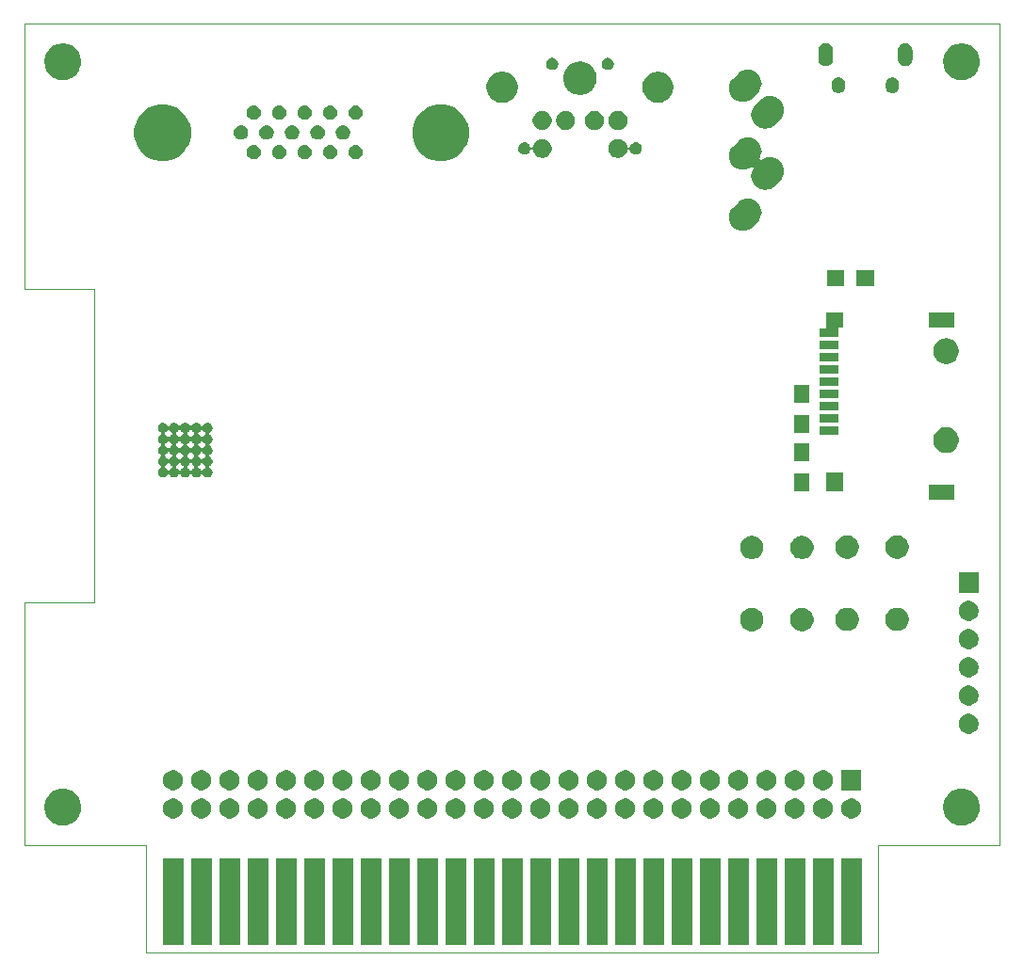
<source format=gbr>
G04 #@! TF.GenerationSoftware,KiCad,Pcbnew,(5.1.5)-3*
G04 #@! TF.CreationDate,2021-08-25T17:47:23+12:00*
G04 #@! TF.ProjectId,PocketTRS,506f636b-6574-4545-9253-2e6b69636164,rev?*
G04 #@! TF.SameCoordinates,Original*
G04 #@! TF.FileFunction,Soldermask,Bot*
G04 #@! TF.FilePolarity,Negative*
%FSLAX46Y46*%
G04 Gerber Fmt 4.6, Leading zero omitted, Abs format (unit mm)*
G04 Created by KiCad (PCBNEW (5.1.5)-3) date 2021-08-25 17:47:23*
%MOMM*%
%LPD*%
G04 APERTURE LIST*
%ADD10C,0.050000*%
%ADD11C,0.100000*%
G04 APERTURE END LIST*
D10*
X175260000Y-135890000D02*
X176022000Y-135890000D01*
X241808000Y-145542000D02*
X241300000Y-145542000D01*
X241808000Y-135890000D02*
X252730000Y-135890000D01*
X241808000Y-145542000D02*
X241808000Y-135890000D01*
X176022000Y-145542000D02*
X241300000Y-145542000D01*
X176022000Y-135890000D02*
X176022000Y-145542000D01*
X165100000Y-135890000D02*
X175260000Y-135890000D01*
X165100000Y-135890000D02*
X165100000Y-114046000D01*
X165100000Y-64770000D02*
X165100000Y-85852000D01*
X171323000Y-85852000D02*
X171323000Y-90805000D01*
X171323000Y-85852000D02*
X165100000Y-85852000D01*
X171323000Y-114046000D02*
X171323000Y-90805000D01*
X165100000Y-114046000D02*
X171323000Y-114046000D01*
X252730000Y-64770000D02*
X252730000Y-61976000D01*
X165100000Y-61976000D02*
X165100000Y-64770000D01*
X252730000Y-64770000D02*
X252730000Y-135890000D01*
X165100000Y-61976000D02*
X252730000Y-61976000D01*
D11*
G36*
X240335000Y-144831000D02*
G01*
X238455000Y-144831000D01*
X238455000Y-137109000D01*
X240335000Y-137109000D01*
X240335000Y-144831000D01*
G37*
G36*
X207315000Y-144831000D02*
G01*
X205435000Y-144831000D01*
X205435000Y-137109000D01*
X207315000Y-137109000D01*
X207315000Y-144831000D01*
G37*
G36*
X179375000Y-144831000D02*
G01*
X177495000Y-144831000D01*
X177495000Y-137109000D01*
X179375000Y-137109000D01*
X179375000Y-144831000D01*
G37*
G36*
X181915000Y-144831000D02*
G01*
X180035000Y-144831000D01*
X180035000Y-137109000D01*
X181915000Y-137109000D01*
X181915000Y-144831000D01*
G37*
G36*
X184455000Y-144831000D02*
G01*
X182575000Y-144831000D01*
X182575000Y-137109000D01*
X184455000Y-137109000D01*
X184455000Y-144831000D01*
G37*
G36*
X186995000Y-144831000D02*
G01*
X185115000Y-144831000D01*
X185115000Y-137109000D01*
X186995000Y-137109000D01*
X186995000Y-144831000D01*
G37*
G36*
X189535000Y-144831000D02*
G01*
X187655000Y-144831000D01*
X187655000Y-137109000D01*
X189535000Y-137109000D01*
X189535000Y-144831000D01*
G37*
G36*
X192075000Y-144831000D02*
G01*
X190195000Y-144831000D01*
X190195000Y-137109000D01*
X192075000Y-137109000D01*
X192075000Y-144831000D01*
G37*
G36*
X194615000Y-144831000D02*
G01*
X192735000Y-144831000D01*
X192735000Y-137109000D01*
X194615000Y-137109000D01*
X194615000Y-144831000D01*
G37*
G36*
X197155000Y-144831000D02*
G01*
X195275000Y-144831000D01*
X195275000Y-137109000D01*
X197155000Y-137109000D01*
X197155000Y-144831000D01*
G37*
G36*
X199695000Y-144831000D02*
G01*
X197815000Y-144831000D01*
X197815000Y-137109000D01*
X199695000Y-137109000D01*
X199695000Y-144831000D01*
G37*
G36*
X202235000Y-144831000D02*
G01*
X200355000Y-144831000D01*
X200355000Y-137109000D01*
X202235000Y-137109000D01*
X202235000Y-144831000D01*
G37*
G36*
X204775000Y-144831000D02*
G01*
X202895000Y-144831000D01*
X202895000Y-137109000D01*
X204775000Y-137109000D01*
X204775000Y-144831000D01*
G37*
G36*
X212395000Y-144831000D02*
G01*
X210515000Y-144831000D01*
X210515000Y-137109000D01*
X212395000Y-137109000D01*
X212395000Y-144831000D01*
G37*
G36*
X214935000Y-144831000D02*
G01*
X213055000Y-144831000D01*
X213055000Y-137109000D01*
X214935000Y-137109000D01*
X214935000Y-144831000D01*
G37*
G36*
X217475000Y-144831000D02*
G01*
X215595000Y-144831000D01*
X215595000Y-137109000D01*
X217475000Y-137109000D01*
X217475000Y-144831000D01*
G37*
G36*
X220015000Y-144831000D02*
G01*
X218135000Y-144831000D01*
X218135000Y-137109000D01*
X220015000Y-137109000D01*
X220015000Y-144831000D01*
G37*
G36*
X222555000Y-144831000D02*
G01*
X220675000Y-144831000D01*
X220675000Y-137109000D01*
X222555000Y-137109000D01*
X222555000Y-144831000D01*
G37*
G36*
X225095000Y-144831000D02*
G01*
X223215000Y-144831000D01*
X223215000Y-137109000D01*
X225095000Y-137109000D01*
X225095000Y-144831000D01*
G37*
G36*
X227635000Y-144831000D02*
G01*
X225755000Y-144831000D01*
X225755000Y-137109000D01*
X227635000Y-137109000D01*
X227635000Y-144831000D01*
G37*
G36*
X230175000Y-144831000D02*
G01*
X228295000Y-144831000D01*
X228295000Y-137109000D01*
X230175000Y-137109000D01*
X230175000Y-144831000D01*
G37*
G36*
X232715000Y-144831000D02*
G01*
X230835000Y-144831000D01*
X230835000Y-137109000D01*
X232715000Y-137109000D01*
X232715000Y-144831000D01*
G37*
G36*
X235255000Y-144831000D02*
G01*
X233375000Y-144831000D01*
X233375000Y-137109000D01*
X235255000Y-137109000D01*
X235255000Y-144831000D01*
G37*
G36*
X237795000Y-144831000D02*
G01*
X235915000Y-144831000D01*
X235915000Y-137109000D01*
X237795000Y-137109000D01*
X237795000Y-144831000D01*
G37*
G36*
X209855000Y-144831000D02*
G01*
X207975000Y-144831000D01*
X207975000Y-137109000D01*
X209855000Y-137109000D01*
X209855000Y-144831000D01*
G37*
G36*
X168874886Y-130846456D02*
G01*
X169010579Y-130873447D01*
X169311042Y-130997903D01*
X169581451Y-131178585D01*
X169811415Y-131408549D01*
X169811416Y-131408551D01*
X169992098Y-131678960D01*
X170116553Y-131979422D01*
X170180000Y-132298389D01*
X170180000Y-132623611D01*
X170137702Y-132836256D01*
X170116553Y-132942579D01*
X169992097Y-133243042D01*
X169811415Y-133513451D01*
X169581451Y-133743415D01*
X169311042Y-133924097D01*
X169010579Y-134048553D01*
X168904256Y-134069702D01*
X168691611Y-134112000D01*
X168366389Y-134112000D01*
X168153744Y-134069702D01*
X168047421Y-134048553D01*
X167746958Y-133924097D01*
X167476549Y-133743415D01*
X167246585Y-133513451D01*
X167065903Y-133243042D01*
X166941447Y-132942579D01*
X166920298Y-132836256D01*
X166878000Y-132623611D01*
X166878000Y-132298389D01*
X166941447Y-131979422D01*
X167065902Y-131678960D01*
X167246584Y-131408551D01*
X167246585Y-131408549D01*
X167476549Y-131178585D01*
X167746958Y-130997903D01*
X168047421Y-130873447D01*
X168183114Y-130846456D01*
X168366389Y-130810000D01*
X168691611Y-130810000D01*
X168874886Y-130846456D01*
G37*
G36*
X249646886Y-130846456D02*
G01*
X249782579Y-130873447D01*
X250083042Y-130997903D01*
X250353451Y-131178585D01*
X250583415Y-131408549D01*
X250583416Y-131408551D01*
X250764098Y-131678960D01*
X250888553Y-131979422D01*
X250952000Y-132298389D01*
X250952000Y-132623611D01*
X250909702Y-132836256D01*
X250888553Y-132942579D01*
X250764097Y-133243042D01*
X250583415Y-133513451D01*
X250353451Y-133743415D01*
X250083042Y-133924097D01*
X249782579Y-134048553D01*
X249676256Y-134069702D01*
X249463611Y-134112000D01*
X249138389Y-134112000D01*
X248925744Y-134069702D01*
X248819421Y-134048553D01*
X248518958Y-133924097D01*
X248248549Y-133743415D01*
X248018585Y-133513451D01*
X247837903Y-133243042D01*
X247713447Y-132942579D01*
X247692298Y-132836256D01*
X247650000Y-132623611D01*
X247650000Y-132298389D01*
X247713447Y-131979422D01*
X247837902Y-131678960D01*
X248018584Y-131408551D01*
X248018585Y-131408549D01*
X248248549Y-131178585D01*
X248518958Y-130997903D01*
X248819421Y-130873447D01*
X248955114Y-130846456D01*
X249138389Y-130810000D01*
X249463611Y-130810000D01*
X249646886Y-130846456D01*
G37*
G36*
X181088512Y-131691927D02*
G01*
X181237812Y-131721624D01*
X181401784Y-131789544D01*
X181549354Y-131888147D01*
X181674853Y-132013646D01*
X181773456Y-132161216D01*
X181841376Y-132325188D01*
X181876000Y-132499259D01*
X181876000Y-132676741D01*
X181841376Y-132850812D01*
X181773456Y-133014784D01*
X181674853Y-133162354D01*
X181549354Y-133287853D01*
X181401784Y-133386456D01*
X181237812Y-133454376D01*
X181088512Y-133484073D01*
X181063742Y-133489000D01*
X180886258Y-133489000D01*
X180861488Y-133484073D01*
X180712188Y-133454376D01*
X180548216Y-133386456D01*
X180400646Y-133287853D01*
X180275147Y-133162354D01*
X180176544Y-133014784D01*
X180108624Y-132850812D01*
X180074000Y-132676741D01*
X180074000Y-132499259D01*
X180108624Y-132325188D01*
X180176544Y-132161216D01*
X180275147Y-132013646D01*
X180400646Y-131888147D01*
X180548216Y-131789544D01*
X180712188Y-131721624D01*
X180861488Y-131691927D01*
X180886258Y-131687000D01*
X181063742Y-131687000D01*
X181088512Y-131691927D01*
G37*
G36*
X178548512Y-131691927D02*
G01*
X178697812Y-131721624D01*
X178861784Y-131789544D01*
X179009354Y-131888147D01*
X179134853Y-132013646D01*
X179233456Y-132161216D01*
X179301376Y-132325188D01*
X179336000Y-132499259D01*
X179336000Y-132676741D01*
X179301376Y-132850812D01*
X179233456Y-133014784D01*
X179134853Y-133162354D01*
X179009354Y-133287853D01*
X178861784Y-133386456D01*
X178697812Y-133454376D01*
X178548512Y-133484073D01*
X178523742Y-133489000D01*
X178346258Y-133489000D01*
X178321488Y-133484073D01*
X178172188Y-133454376D01*
X178008216Y-133386456D01*
X177860646Y-133287853D01*
X177735147Y-133162354D01*
X177636544Y-133014784D01*
X177568624Y-132850812D01*
X177534000Y-132676741D01*
X177534000Y-132499259D01*
X177568624Y-132325188D01*
X177636544Y-132161216D01*
X177735147Y-132013646D01*
X177860646Y-131888147D01*
X178008216Y-131789544D01*
X178172188Y-131721624D01*
X178321488Y-131691927D01*
X178346258Y-131687000D01*
X178523742Y-131687000D01*
X178548512Y-131691927D01*
G37*
G36*
X188708512Y-131691927D02*
G01*
X188857812Y-131721624D01*
X189021784Y-131789544D01*
X189169354Y-131888147D01*
X189294853Y-132013646D01*
X189393456Y-132161216D01*
X189461376Y-132325188D01*
X189496000Y-132499259D01*
X189496000Y-132676741D01*
X189461376Y-132850812D01*
X189393456Y-133014784D01*
X189294853Y-133162354D01*
X189169354Y-133287853D01*
X189021784Y-133386456D01*
X188857812Y-133454376D01*
X188708512Y-133484073D01*
X188683742Y-133489000D01*
X188506258Y-133489000D01*
X188481488Y-133484073D01*
X188332188Y-133454376D01*
X188168216Y-133386456D01*
X188020646Y-133287853D01*
X187895147Y-133162354D01*
X187796544Y-133014784D01*
X187728624Y-132850812D01*
X187694000Y-132676741D01*
X187694000Y-132499259D01*
X187728624Y-132325188D01*
X187796544Y-132161216D01*
X187895147Y-132013646D01*
X188020646Y-131888147D01*
X188168216Y-131789544D01*
X188332188Y-131721624D01*
X188481488Y-131691927D01*
X188506258Y-131687000D01*
X188683742Y-131687000D01*
X188708512Y-131691927D01*
G37*
G36*
X191248512Y-131691927D02*
G01*
X191397812Y-131721624D01*
X191561784Y-131789544D01*
X191709354Y-131888147D01*
X191834853Y-132013646D01*
X191933456Y-132161216D01*
X192001376Y-132325188D01*
X192036000Y-132499259D01*
X192036000Y-132676741D01*
X192001376Y-132850812D01*
X191933456Y-133014784D01*
X191834853Y-133162354D01*
X191709354Y-133287853D01*
X191561784Y-133386456D01*
X191397812Y-133454376D01*
X191248512Y-133484073D01*
X191223742Y-133489000D01*
X191046258Y-133489000D01*
X191021488Y-133484073D01*
X190872188Y-133454376D01*
X190708216Y-133386456D01*
X190560646Y-133287853D01*
X190435147Y-133162354D01*
X190336544Y-133014784D01*
X190268624Y-132850812D01*
X190234000Y-132676741D01*
X190234000Y-132499259D01*
X190268624Y-132325188D01*
X190336544Y-132161216D01*
X190435147Y-132013646D01*
X190560646Y-131888147D01*
X190708216Y-131789544D01*
X190872188Y-131721624D01*
X191021488Y-131691927D01*
X191046258Y-131687000D01*
X191223742Y-131687000D01*
X191248512Y-131691927D01*
G37*
G36*
X193788512Y-131691927D02*
G01*
X193937812Y-131721624D01*
X194101784Y-131789544D01*
X194249354Y-131888147D01*
X194374853Y-132013646D01*
X194473456Y-132161216D01*
X194541376Y-132325188D01*
X194576000Y-132499259D01*
X194576000Y-132676741D01*
X194541376Y-132850812D01*
X194473456Y-133014784D01*
X194374853Y-133162354D01*
X194249354Y-133287853D01*
X194101784Y-133386456D01*
X193937812Y-133454376D01*
X193788512Y-133484073D01*
X193763742Y-133489000D01*
X193586258Y-133489000D01*
X193561488Y-133484073D01*
X193412188Y-133454376D01*
X193248216Y-133386456D01*
X193100646Y-133287853D01*
X192975147Y-133162354D01*
X192876544Y-133014784D01*
X192808624Y-132850812D01*
X192774000Y-132676741D01*
X192774000Y-132499259D01*
X192808624Y-132325188D01*
X192876544Y-132161216D01*
X192975147Y-132013646D01*
X193100646Y-131888147D01*
X193248216Y-131789544D01*
X193412188Y-131721624D01*
X193561488Y-131691927D01*
X193586258Y-131687000D01*
X193763742Y-131687000D01*
X193788512Y-131691927D01*
G37*
G36*
X196328512Y-131691927D02*
G01*
X196477812Y-131721624D01*
X196641784Y-131789544D01*
X196789354Y-131888147D01*
X196914853Y-132013646D01*
X197013456Y-132161216D01*
X197081376Y-132325188D01*
X197116000Y-132499259D01*
X197116000Y-132676741D01*
X197081376Y-132850812D01*
X197013456Y-133014784D01*
X196914853Y-133162354D01*
X196789354Y-133287853D01*
X196641784Y-133386456D01*
X196477812Y-133454376D01*
X196328512Y-133484073D01*
X196303742Y-133489000D01*
X196126258Y-133489000D01*
X196101488Y-133484073D01*
X195952188Y-133454376D01*
X195788216Y-133386456D01*
X195640646Y-133287853D01*
X195515147Y-133162354D01*
X195416544Y-133014784D01*
X195348624Y-132850812D01*
X195314000Y-132676741D01*
X195314000Y-132499259D01*
X195348624Y-132325188D01*
X195416544Y-132161216D01*
X195515147Y-132013646D01*
X195640646Y-131888147D01*
X195788216Y-131789544D01*
X195952188Y-131721624D01*
X196101488Y-131691927D01*
X196126258Y-131687000D01*
X196303742Y-131687000D01*
X196328512Y-131691927D01*
G37*
G36*
X198868512Y-131691927D02*
G01*
X199017812Y-131721624D01*
X199181784Y-131789544D01*
X199329354Y-131888147D01*
X199454853Y-132013646D01*
X199553456Y-132161216D01*
X199621376Y-132325188D01*
X199656000Y-132499259D01*
X199656000Y-132676741D01*
X199621376Y-132850812D01*
X199553456Y-133014784D01*
X199454853Y-133162354D01*
X199329354Y-133287853D01*
X199181784Y-133386456D01*
X199017812Y-133454376D01*
X198868512Y-133484073D01*
X198843742Y-133489000D01*
X198666258Y-133489000D01*
X198641488Y-133484073D01*
X198492188Y-133454376D01*
X198328216Y-133386456D01*
X198180646Y-133287853D01*
X198055147Y-133162354D01*
X197956544Y-133014784D01*
X197888624Y-132850812D01*
X197854000Y-132676741D01*
X197854000Y-132499259D01*
X197888624Y-132325188D01*
X197956544Y-132161216D01*
X198055147Y-132013646D01*
X198180646Y-131888147D01*
X198328216Y-131789544D01*
X198492188Y-131721624D01*
X198641488Y-131691927D01*
X198666258Y-131687000D01*
X198843742Y-131687000D01*
X198868512Y-131691927D01*
G37*
G36*
X201408512Y-131691927D02*
G01*
X201557812Y-131721624D01*
X201721784Y-131789544D01*
X201869354Y-131888147D01*
X201994853Y-132013646D01*
X202093456Y-132161216D01*
X202161376Y-132325188D01*
X202196000Y-132499259D01*
X202196000Y-132676741D01*
X202161376Y-132850812D01*
X202093456Y-133014784D01*
X201994853Y-133162354D01*
X201869354Y-133287853D01*
X201721784Y-133386456D01*
X201557812Y-133454376D01*
X201408512Y-133484073D01*
X201383742Y-133489000D01*
X201206258Y-133489000D01*
X201181488Y-133484073D01*
X201032188Y-133454376D01*
X200868216Y-133386456D01*
X200720646Y-133287853D01*
X200595147Y-133162354D01*
X200496544Y-133014784D01*
X200428624Y-132850812D01*
X200394000Y-132676741D01*
X200394000Y-132499259D01*
X200428624Y-132325188D01*
X200496544Y-132161216D01*
X200595147Y-132013646D01*
X200720646Y-131888147D01*
X200868216Y-131789544D01*
X201032188Y-131721624D01*
X201181488Y-131691927D01*
X201206258Y-131687000D01*
X201383742Y-131687000D01*
X201408512Y-131691927D01*
G37*
G36*
X203948512Y-131691927D02*
G01*
X204097812Y-131721624D01*
X204261784Y-131789544D01*
X204409354Y-131888147D01*
X204534853Y-132013646D01*
X204633456Y-132161216D01*
X204701376Y-132325188D01*
X204736000Y-132499259D01*
X204736000Y-132676741D01*
X204701376Y-132850812D01*
X204633456Y-133014784D01*
X204534853Y-133162354D01*
X204409354Y-133287853D01*
X204261784Y-133386456D01*
X204097812Y-133454376D01*
X203948512Y-133484073D01*
X203923742Y-133489000D01*
X203746258Y-133489000D01*
X203721488Y-133484073D01*
X203572188Y-133454376D01*
X203408216Y-133386456D01*
X203260646Y-133287853D01*
X203135147Y-133162354D01*
X203036544Y-133014784D01*
X202968624Y-132850812D01*
X202934000Y-132676741D01*
X202934000Y-132499259D01*
X202968624Y-132325188D01*
X203036544Y-132161216D01*
X203135147Y-132013646D01*
X203260646Y-131888147D01*
X203408216Y-131789544D01*
X203572188Y-131721624D01*
X203721488Y-131691927D01*
X203746258Y-131687000D01*
X203923742Y-131687000D01*
X203948512Y-131691927D01*
G37*
G36*
X206488512Y-131691927D02*
G01*
X206637812Y-131721624D01*
X206801784Y-131789544D01*
X206949354Y-131888147D01*
X207074853Y-132013646D01*
X207173456Y-132161216D01*
X207241376Y-132325188D01*
X207276000Y-132499259D01*
X207276000Y-132676741D01*
X207241376Y-132850812D01*
X207173456Y-133014784D01*
X207074853Y-133162354D01*
X206949354Y-133287853D01*
X206801784Y-133386456D01*
X206637812Y-133454376D01*
X206488512Y-133484073D01*
X206463742Y-133489000D01*
X206286258Y-133489000D01*
X206261488Y-133484073D01*
X206112188Y-133454376D01*
X205948216Y-133386456D01*
X205800646Y-133287853D01*
X205675147Y-133162354D01*
X205576544Y-133014784D01*
X205508624Y-132850812D01*
X205474000Y-132676741D01*
X205474000Y-132499259D01*
X205508624Y-132325188D01*
X205576544Y-132161216D01*
X205675147Y-132013646D01*
X205800646Y-131888147D01*
X205948216Y-131789544D01*
X206112188Y-131721624D01*
X206261488Y-131691927D01*
X206286258Y-131687000D01*
X206463742Y-131687000D01*
X206488512Y-131691927D01*
G37*
G36*
X209028512Y-131691927D02*
G01*
X209177812Y-131721624D01*
X209341784Y-131789544D01*
X209489354Y-131888147D01*
X209614853Y-132013646D01*
X209713456Y-132161216D01*
X209781376Y-132325188D01*
X209816000Y-132499259D01*
X209816000Y-132676741D01*
X209781376Y-132850812D01*
X209713456Y-133014784D01*
X209614853Y-133162354D01*
X209489354Y-133287853D01*
X209341784Y-133386456D01*
X209177812Y-133454376D01*
X209028512Y-133484073D01*
X209003742Y-133489000D01*
X208826258Y-133489000D01*
X208801488Y-133484073D01*
X208652188Y-133454376D01*
X208488216Y-133386456D01*
X208340646Y-133287853D01*
X208215147Y-133162354D01*
X208116544Y-133014784D01*
X208048624Y-132850812D01*
X208014000Y-132676741D01*
X208014000Y-132499259D01*
X208048624Y-132325188D01*
X208116544Y-132161216D01*
X208215147Y-132013646D01*
X208340646Y-131888147D01*
X208488216Y-131789544D01*
X208652188Y-131721624D01*
X208801488Y-131691927D01*
X208826258Y-131687000D01*
X209003742Y-131687000D01*
X209028512Y-131691927D01*
G37*
G36*
X211568512Y-131691927D02*
G01*
X211717812Y-131721624D01*
X211881784Y-131789544D01*
X212029354Y-131888147D01*
X212154853Y-132013646D01*
X212253456Y-132161216D01*
X212321376Y-132325188D01*
X212356000Y-132499259D01*
X212356000Y-132676741D01*
X212321376Y-132850812D01*
X212253456Y-133014784D01*
X212154853Y-133162354D01*
X212029354Y-133287853D01*
X211881784Y-133386456D01*
X211717812Y-133454376D01*
X211568512Y-133484073D01*
X211543742Y-133489000D01*
X211366258Y-133489000D01*
X211341488Y-133484073D01*
X211192188Y-133454376D01*
X211028216Y-133386456D01*
X210880646Y-133287853D01*
X210755147Y-133162354D01*
X210656544Y-133014784D01*
X210588624Y-132850812D01*
X210554000Y-132676741D01*
X210554000Y-132499259D01*
X210588624Y-132325188D01*
X210656544Y-132161216D01*
X210755147Y-132013646D01*
X210880646Y-131888147D01*
X211028216Y-131789544D01*
X211192188Y-131721624D01*
X211341488Y-131691927D01*
X211366258Y-131687000D01*
X211543742Y-131687000D01*
X211568512Y-131691927D01*
G37*
G36*
X236968512Y-131691927D02*
G01*
X237117812Y-131721624D01*
X237281784Y-131789544D01*
X237429354Y-131888147D01*
X237554853Y-132013646D01*
X237653456Y-132161216D01*
X237721376Y-132325188D01*
X237756000Y-132499259D01*
X237756000Y-132676741D01*
X237721376Y-132850812D01*
X237653456Y-133014784D01*
X237554853Y-133162354D01*
X237429354Y-133287853D01*
X237281784Y-133386456D01*
X237117812Y-133454376D01*
X236968512Y-133484073D01*
X236943742Y-133489000D01*
X236766258Y-133489000D01*
X236741488Y-133484073D01*
X236592188Y-133454376D01*
X236428216Y-133386456D01*
X236280646Y-133287853D01*
X236155147Y-133162354D01*
X236056544Y-133014784D01*
X235988624Y-132850812D01*
X235954000Y-132676741D01*
X235954000Y-132499259D01*
X235988624Y-132325188D01*
X236056544Y-132161216D01*
X236155147Y-132013646D01*
X236280646Y-131888147D01*
X236428216Y-131789544D01*
X236592188Y-131721624D01*
X236741488Y-131691927D01*
X236766258Y-131687000D01*
X236943742Y-131687000D01*
X236968512Y-131691927D01*
G37*
G36*
X183628512Y-131691927D02*
G01*
X183777812Y-131721624D01*
X183941784Y-131789544D01*
X184089354Y-131888147D01*
X184214853Y-132013646D01*
X184313456Y-132161216D01*
X184381376Y-132325188D01*
X184416000Y-132499259D01*
X184416000Y-132676741D01*
X184381376Y-132850812D01*
X184313456Y-133014784D01*
X184214853Y-133162354D01*
X184089354Y-133287853D01*
X183941784Y-133386456D01*
X183777812Y-133454376D01*
X183628512Y-133484073D01*
X183603742Y-133489000D01*
X183426258Y-133489000D01*
X183401488Y-133484073D01*
X183252188Y-133454376D01*
X183088216Y-133386456D01*
X182940646Y-133287853D01*
X182815147Y-133162354D01*
X182716544Y-133014784D01*
X182648624Y-132850812D01*
X182614000Y-132676741D01*
X182614000Y-132499259D01*
X182648624Y-132325188D01*
X182716544Y-132161216D01*
X182815147Y-132013646D01*
X182940646Y-131888147D01*
X183088216Y-131789544D01*
X183252188Y-131721624D01*
X183401488Y-131691927D01*
X183426258Y-131687000D01*
X183603742Y-131687000D01*
X183628512Y-131691927D01*
G37*
G36*
X224268512Y-131691927D02*
G01*
X224417812Y-131721624D01*
X224581784Y-131789544D01*
X224729354Y-131888147D01*
X224854853Y-132013646D01*
X224953456Y-132161216D01*
X225021376Y-132325188D01*
X225056000Y-132499259D01*
X225056000Y-132676741D01*
X225021376Y-132850812D01*
X224953456Y-133014784D01*
X224854853Y-133162354D01*
X224729354Y-133287853D01*
X224581784Y-133386456D01*
X224417812Y-133454376D01*
X224268512Y-133484073D01*
X224243742Y-133489000D01*
X224066258Y-133489000D01*
X224041488Y-133484073D01*
X223892188Y-133454376D01*
X223728216Y-133386456D01*
X223580646Y-133287853D01*
X223455147Y-133162354D01*
X223356544Y-133014784D01*
X223288624Y-132850812D01*
X223254000Y-132676741D01*
X223254000Y-132499259D01*
X223288624Y-132325188D01*
X223356544Y-132161216D01*
X223455147Y-132013646D01*
X223580646Y-131888147D01*
X223728216Y-131789544D01*
X223892188Y-131721624D01*
X224041488Y-131691927D01*
X224066258Y-131687000D01*
X224243742Y-131687000D01*
X224268512Y-131691927D01*
G37*
G36*
X221728512Y-131691927D02*
G01*
X221877812Y-131721624D01*
X222041784Y-131789544D01*
X222189354Y-131888147D01*
X222314853Y-132013646D01*
X222413456Y-132161216D01*
X222481376Y-132325188D01*
X222516000Y-132499259D01*
X222516000Y-132676741D01*
X222481376Y-132850812D01*
X222413456Y-133014784D01*
X222314853Y-133162354D01*
X222189354Y-133287853D01*
X222041784Y-133386456D01*
X221877812Y-133454376D01*
X221728512Y-133484073D01*
X221703742Y-133489000D01*
X221526258Y-133489000D01*
X221501488Y-133484073D01*
X221352188Y-133454376D01*
X221188216Y-133386456D01*
X221040646Y-133287853D01*
X220915147Y-133162354D01*
X220816544Y-133014784D01*
X220748624Y-132850812D01*
X220714000Y-132676741D01*
X220714000Y-132499259D01*
X220748624Y-132325188D01*
X220816544Y-132161216D01*
X220915147Y-132013646D01*
X221040646Y-131888147D01*
X221188216Y-131789544D01*
X221352188Y-131721624D01*
X221501488Y-131691927D01*
X221526258Y-131687000D01*
X221703742Y-131687000D01*
X221728512Y-131691927D01*
G37*
G36*
X186168512Y-131691927D02*
G01*
X186317812Y-131721624D01*
X186481784Y-131789544D01*
X186629354Y-131888147D01*
X186754853Y-132013646D01*
X186853456Y-132161216D01*
X186921376Y-132325188D01*
X186956000Y-132499259D01*
X186956000Y-132676741D01*
X186921376Y-132850812D01*
X186853456Y-133014784D01*
X186754853Y-133162354D01*
X186629354Y-133287853D01*
X186481784Y-133386456D01*
X186317812Y-133454376D01*
X186168512Y-133484073D01*
X186143742Y-133489000D01*
X185966258Y-133489000D01*
X185941488Y-133484073D01*
X185792188Y-133454376D01*
X185628216Y-133386456D01*
X185480646Y-133287853D01*
X185355147Y-133162354D01*
X185256544Y-133014784D01*
X185188624Y-132850812D01*
X185154000Y-132676741D01*
X185154000Y-132499259D01*
X185188624Y-132325188D01*
X185256544Y-132161216D01*
X185355147Y-132013646D01*
X185480646Y-131888147D01*
X185628216Y-131789544D01*
X185792188Y-131721624D01*
X185941488Y-131691927D01*
X185966258Y-131687000D01*
X186143742Y-131687000D01*
X186168512Y-131691927D01*
G37*
G36*
X219188512Y-131691927D02*
G01*
X219337812Y-131721624D01*
X219501784Y-131789544D01*
X219649354Y-131888147D01*
X219774853Y-132013646D01*
X219873456Y-132161216D01*
X219941376Y-132325188D01*
X219976000Y-132499259D01*
X219976000Y-132676741D01*
X219941376Y-132850812D01*
X219873456Y-133014784D01*
X219774853Y-133162354D01*
X219649354Y-133287853D01*
X219501784Y-133386456D01*
X219337812Y-133454376D01*
X219188512Y-133484073D01*
X219163742Y-133489000D01*
X218986258Y-133489000D01*
X218961488Y-133484073D01*
X218812188Y-133454376D01*
X218648216Y-133386456D01*
X218500646Y-133287853D01*
X218375147Y-133162354D01*
X218276544Y-133014784D01*
X218208624Y-132850812D01*
X218174000Y-132676741D01*
X218174000Y-132499259D01*
X218208624Y-132325188D01*
X218276544Y-132161216D01*
X218375147Y-132013646D01*
X218500646Y-131888147D01*
X218648216Y-131789544D01*
X218812188Y-131721624D01*
X218961488Y-131691927D01*
X218986258Y-131687000D01*
X219163742Y-131687000D01*
X219188512Y-131691927D01*
G37*
G36*
X216648512Y-131691927D02*
G01*
X216797812Y-131721624D01*
X216961784Y-131789544D01*
X217109354Y-131888147D01*
X217234853Y-132013646D01*
X217333456Y-132161216D01*
X217401376Y-132325188D01*
X217436000Y-132499259D01*
X217436000Y-132676741D01*
X217401376Y-132850812D01*
X217333456Y-133014784D01*
X217234853Y-133162354D01*
X217109354Y-133287853D01*
X216961784Y-133386456D01*
X216797812Y-133454376D01*
X216648512Y-133484073D01*
X216623742Y-133489000D01*
X216446258Y-133489000D01*
X216421488Y-133484073D01*
X216272188Y-133454376D01*
X216108216Y-133386456D01*
X215960646Y-133287853D01*
X215835147Y-133162354D01*
X215736544Y-133014784D01*
X215668624Y-132850812D01*
X215634000Y-132676741D01*
X215634000Y-132499259D01*
X215668624Y-132325188D01*
X215736544Y-132161216D01*
X215835147Y-132013646D01*
X215960646Y-131888147D01*
X216108216Y-131789544D01*
X216272188Y-131721624D01*
X216421488Y-131691927D01*
X216446258Y-131687000D01*
X216623742Y-131687000D01*
X216648512Y-131691927D01*
G37*
G36*
X239508512Y-131691927D02*
G01*
X239657812Y-131721624D01*
X239821784Y-131789544D01*
X239969354Y-131888147D01*
X240094853Y-132013646D01*
X240193456Y-132161216D01*
X240261376Y-132325188D01*
X240296000Y-132499259D01*
X240296000Y-132676741D01*
X240261376Y-132850812D01*
X240193456Y-133014784D01*
X240094853Y-133162354D01*
X239969354Y-133287853D01*
X239821784Y-133386456D01*
X239657812Y-133454376D01*
X239508512Y-133484073D01*
X239483742Y-133489000D01*
X239306258Y-133489000D01*
X239281488Y-133484073D01*
X239132188Y-133454376D01*
X238968216Y-133386456D01*
X238820646Y-133287853D01*
X238695147Y-133162354D01*
X238596544Y-133014784D01*
X238528624Y-132850812D01*
X238494000Y-132676741D01*
X238494000Y-132499259D01*
X238528624Y-132325188D01*
X238596544Y-132161216D01*
X238695147Y-132013646D01*
X238820646Y-131888147D01*
X238968216Y-131789544D01*
X239132188Y-131721624D01*
X239281488Y-131691927D01*
X239306258Y-131687000D01*
X239483742Y-131687000D01*
X239508512Y-131691927D01*
G37*
G36*
X226808512Y-131691927D02*
G01*
X226957812Y-131721624D01*
X227121784Y-131789544D01*
X227269354Y-131888147D01*
X227394853Y-132013646D01*
X227493456Y-132161216D01*
X227561376Y-132325188D01*
X227596000Y-132499259D01*
X227596000Y-132676741D01*
X227561376Y-132850812D01*
X227493456Y-133014784D01*
X227394853Y-133162354D01*
X227269354Y-133287853D01*
X227121784Y-133386456D01*
X226957812Y-133454376D01*
X226808512Y-133484073D01*
X226783742Y-133489000D01*
X226606258Y-133489000D01*
X226581488Y-133484073D01*
X226432188Y-133454376D01*
X226268216Y-133386456D01*
X226120646Y-133287853D01*
X225995147Y-133162354D01*
X225896544Y-133014784D01*
X225828624Y-132850812D01*
X225794000Y-132676741D01*
X225794000Y-132499259D01*
X225828624Y-132325188D01*
X225896544Y-132161216D01*
X225995147Y-132013646D01*
X226120646Y-131888147D01*
X226268216Y-131789544D01*
X226432188Y-131721624D01*
X226581488Y-131691927D01*
X226606258Y-131687000D01*
X226783742Y-131687000D01*
X226808512Y-131691927D01*
G37*
G36*
X229348512Y-131691927D02*
G01*
X229497812Y-131721624D01*
X229661784Y-131789544D01*
X229809354Y-131888147D01*
X229934853Y-132013646D01*
X230033456Y-132161216D01*
X230101376Y-132325188D01*
X230136000Y-132499259D01*
X230136000Y-132676741D01*
X230101376Y-132850812D01*
X230033456Y-133014784D01*
X229934853Y-133162354D01*
X229809354Y-133287853D01*
X229661784Y-133386456D01*
X229497812Y-133454376D01*
X229348512Y-133484073D01*
X229323742Y-133489000D01*
X229146258Y-133489000D01*
X229121488Y-133484073D01*
X228972188Y-133454376D01*
X228808216Y-133386456D01*
X228660646Y-133287853D01*
X228535147Y-133162354D01*
X228436544Y-133014784D01*
X228368624Y-132850812D01*
X228334000Y-132676741D01*
X228334000Y-132499259D01*
X228368624Y-132325188D01*
X228436544Y-132161216D01*
X228535147Y-132013646D01*
X228660646Y-131888147D01*
X228808216Y-131789544D01*
X228972188Y-131721624D01*
X229121488Y-131691927D01*
X229146258Y-131687000D01*
X229323742Y-131687000D01*
X229348512Y-131691927D01*
G37*
G36*
X231888512Y-131691927D02*
G01*
X232037812Y-131721624D01*
X232201784Y-131789544D01*
X232349354Y-131888147D01*
X232474853Y-132013646D01*
X232573456Y-132161216D01*
X232641376Y-132325188D01*
X232676000Y-132499259D01*
X232676000Y-132676741D01*
X232641376Y-132850812D01*
X232573456Y-133014784D01*
X232474853Y-133162354D01*
X232349354Y-133287853D01*
X232201784Y-133386456D01*
X232037812Y-133454376D01*
X231888512Y-133484073D01*
X231863742Y-133489000D01*
X231686258Y-133489000D01*
X231661488Y-133484073D01*
X231512188Y-133454376D01*
X231348216Y-133386456D01*
X231200646Y-133287853D01*
X231075147Y-133162354D01*
X230976544Y-133014784D01*
X230908624Y-132850812D01*
X230874000Y-132676741D01*
X230874000Y-132499259D01*
X230908624Y-132325188D01*
X230976544Y-132161216D01*
X231075147Y-132013646D01*
X231200646Y-131888147D01*
X231348216Y-131789544D01*
X231512188Y-131721624D01*
X231661488Y-131691927D01*
X231686258Y-131687000D01*
X231863742Y-131687000D01*
X231888512Y-131691927D01*
G37*
G36*
X234428512Y-131691927D02*
G01*
X234577812Y-131721624D01*
X234741784Y-131789544D01*
X234889354Y-131888147D01*
X235014853Y-132013646D01*
X235113456Y-132161216D01*
X235181376Y-132325188D01*
X235216000Y-132499259D01*
X235216000Y-132676741D01*
X235181376Y-132850812D01*
X235113456Y-133014784D01*
X235014853Y-133162354D01*
X234889354Y-133287853D01*
X234741784Y-133386456D01*
X234577812Y-133454376D01*
X234428512Y-133484073D01*
X234403742Y-133489000D01*
X234226258Y-133489000D01*
X234201488Y-133484073D01*
X234052188Y-133454376D01*
X233888216Y-133386456D01*
X233740646Y-133287853D01*
X233615147Y-133162354D01*
X233516544Y-133014784D01*
X233448624Y-132850812D01*
X233414000Y-132676741D01*
X233414000Y-132499259D01*
X233448624Y-132325188D01*
X233516544Y-132161216D01*
X233615147Y-132013646D01*
X233740646Y-131888147D01*
X233888216Y-131789544D01*
X234052188Y-131721624D01*
X234201488Y-131691927D01*
X234226258Y-131687000D01*
X234403742Y-131687000D01*
X234428512Y-131691927D01*
G37*
G36*
X214108512Y-131691927D02*
G01*
X214257812Y-131721624D01*
X214421784Y-131789544D01*
X214569354Y-131888147D01*
X214694853Y-132013646D01*
X214793456Y-132161216D01*
X214861376Y-132325188D01*
X214896000Y-132499259D01*
X214896000Y-132676741D01*
X214861376Y-132850812D01*
X214793456Y-133014784D01*
X214694853Y-133162354D01*
X214569354Y-133287853D01*
X214421784Y-133386456D01*
X214257812Y-133454376D01*
X214108512Y-133484073D01*
X214083742Y-133489000D01*
X213906258Y-133489000D01*
X213881488Y-133484073D01*
X213732188Y-133454376D01*
X213568216Y-133386456D01*
X213420646Y-133287853D01*
X213295147Y-133162354D01*
X213196544Y-133014784D01*
X213128624Y-132850812D01*
X213094000Y-132676741D01*
X213094000Y-132499259D01*
X213128624Y-132325188D01*
X213196544Y-132161216D01*
X213295147Y-132013646D01*
X213420646Y-131888147D01*
X213568216Y-131789544D01*
X213732188Y-131721624D01*
X213881488Y-131691927D01*
X213906258Y-131687000D01*
X214083742Y-131687000D01*
X214108512Y-131691927D01*
G37*
G36*
X181088512Y-129151927D02*
G01*
X181237812Y-129181624D01*
X181401784Y-129249544D01*
X181549354Y-129348147D01*
X181674853Y-129473646D01*
X181773456Y-129621216D01*
X181841376Y-129785188D01*
X181876000Y-129959259D01*
X181876000Y-130136741D01*
X181841376Y-130310812D01*
X181773456Y-130474784D01*
X181674853Y-130622354D01*
X181549354Y-130747853D01*
X181401784Y-130846456D01*
X181237812Y-130914376D01*
X181088512Y-130944073D01*
X181063742Y-130949000D01*
X180886258Y-130949000D01*
X180861488Y-130944073D01*
X180712188Y-130914376D01*
X180548216Y-130846456D01*
X180400646Y-130747853D01*
X180275147Y-130622354D01*
X180176544Y-130474784D01*
X180108624Y-130310812D01*
X180074000Y-130136741D01*
X180074000Y-129959259D01*
X180108624Y-129785188D01*
X180176544Y-129621216D01*
X180275147Y-129473646D01*
X180400646Y-129348147D01*
X180548216Y-129249544D01*
X180712188Y-129181624D01*
X180861488Y-129151927D01*
X180886258Y-129147000D01*
X181063742Y-129147000D01*
X181088512Y-129151927D01*
G37*
G36*
X216648512Y-129151927D02*
G01*
X216797812Y-129181624D01*
X216961784Y-129249544D01*
X217109354Y-129348147D01*
X217234853Y-129473646D01*
X217333456Y-129621216D01*
X217401376Y-129785188D01*
X217436000Y-129959259D01*
X217436000Y-130136741D01*
X217401376Y-130310812D01*
X217333456Y-130474784D01*
X217234853Y-130622354D01*
X217109354Y-130747853D01*
X216961784Y-130846456D01*
X216797812Y-130914376D01*
X216648512Y-130944073D01*
X216623742Y-130949000D01*
X216446258Y-130949000D01*
X216421488Y-130944073D01*
X216272188Y-130914376D01*
X216108216Y-130846456D01*
X215960646Y-130747853D01*
X215835147Y-130622354D01*
X215736544Y-130474784D01*
X215668624Y-130310812D01*
X215634000Y-130136741D01*
X215634000Y-129959259D01*
X215668624Y-129785188D01*
X215736544Y-129621216D01*
X215835147Y-129473646D01*
X215960646Y-129348147D01*
X216108216Y-129249544D01*
X216272188Y-129181624D01*
X216421488Y-129151927D01*
X216446258Y-129147000D01*
X216623742Y-129147000D01*
X216648512Y-129151927D01*
G37*
G36*
X219188512Y-129151927D02*
G01*
X219337812Y-129181624D01*
X219501784Y-129249544D01*
X219649354Y-129348147D01*
X219774853Y-129473646D01*
X219873456Y-129621216D01*
X219941376Y-129785188D01*
X219976000Y-129959259D01*
X219976000Y-130136741D01*
X219941376Y-130310812D01*
X219873456Y-130474784D01*
X219774853Y-130622354D01*
X219649354Y-130747853D01*
X219501784Y-130846456D01*
X219337812Y-130914376D01*
X219188512Y-130944073D01*
X219163742Y-130949000D01*
X218986258Y-130949000D01*
X218961488Y-130944073D01*
X218812188Y-130914376D01*
X218648216Y-130846456D01*
X218500646Y-130747853D01*
X218375147Y-130622354D01*
X218276544Y-130474784D01*
X218208624Y-130310812D01*
X218174000Y-130136741D01*
X218174000Y-129959259D01*
X218208624Y-129785188D01*
X218276544Y-129621216D01*
X218375147Y-129473646D01*
X218500646Y-129348147D01*
X218648216Y-129249544D01*
X218812188Y-129181624D01*
X218961488Y-129151927D01*
X218986258Y-129147000D01*
X219163742Y-129147000D01*
X219188512Y-129151927D01*
G37*
G36*
X226808512Y-129151927D02*
G01*
X226957812Y-129181624D01*
X227121784Y-129249544D01*
X227269354Y-129348147D01*
X227394853Y-129473646D01*
X227493456Y-129621216D01*
X227561376Y-129785188D01*
X227596000Y-129959259D01*
X227596000Y-130136741D01*
X227561376Y-130310812D01*
X227493456Y-130474784D01*
X227394853Y-130622354D01*
X227269354Y-130747853D01*
X227121784Y-130846456D01*
X226957812Y-130914376D01*
X226808512Y-130944073D01*
X226783742Y-130949000D01*
X226606258Y-130949000D01*
X226581488Y-130944073D01*
X226432188Y-130914376D01*
X226268216Y-130846456D01*
X226120646Y-130747853D01*
X225995147Y-130622354D01*
X225896544Y-130474784D01*
X225828624Y-130310812D01*
X225794000Y-130136741D01*
X225794000Y-129959259D01*
X225828624Y-129785188D01*
X225896544Y-129621216D01*
X225995147Y-129473646D01*
X226120646Y-129348147D01*
X226268216Y-129249544D01*
X226432188Y-129181624D01*
X226581488Y-129151927D01*
X226606258Y-129147000D01*
X226783742Y-129147000D01*
X226808512Y-129151927D01*
G37*
G36*
X224268512Y-129151927D02*
G01*
X224417812Y-129181624D01*
X224581784Y-129249544D01*
X224729354Y-129348147D01*
X224854853Y-129473646D01*
X224953456Y-129621216D01*
X225021376Y-129785188D01*
X225056000Y-129959259D01*
X225056000Y-130136741D01*
X225021376Y-130310812D01*
X224953456Y-130474784D01*
X224854853Y-130622354D01*
X224729354Y-130747853D01*
X224581784Y-130846456D01*
X224417812Y-130914376D01*
X224268512Y-130944073D01*
X224243742Y-130949000D01*
X224066258Y-130949000D01*
X224041488Y-130944073D01*
X223892188Y-130914376D01*
X223728216Y-130846456D01*
X223580646Y-130747853D01*
X223455147Y-130622354D01*
X223356544Y-130474784D01*
X223288624Y-130310812D01*
X223254000Y-130136741D01*
X223254000Y-129959259D01*
X223288624Y-129785188D01*
X223356544Y-129621216D01*
X223455147Y-129473646D01*
X223580646Y-129348147D01*
X223728216Y-129249544D01*
X223892188Y-129181624D01*
X224041488Y-129151927D01*
X224066258Y-129147000D01*
X224243742Y-129147000D01*
X224268512Y-129151927D01*
G37*
G36*
X191248512Y-129151927D02*
G01*
X191397812Y-129181624D01*
X191561784Y-129249544D01*
X191709354Y-129348147D01*
X191834853Y-129473646D01*
X191933456Y-129621216D01*
X192001376Y-129785188D01*
X192036000Y-129959259D01*
X192036000Y-130136741D01*
X192001376Y-130310812D01*
X191933456Y-130474784D01*
X191834853Y-130622354D01*
X191709354Y-130747853D01*
X191561784Y-130846456D01*
X191397812Y-130914376D01*
X191248512Y-130944073D01*
X191223742Y-130949000D01*
X191046258Y-130949000D01*
X191021488Y-130944073D01*
X190872188Y-130914376D01*
X190708216Y-130846456D01*
X190560646Y-130747853D01*
X190435147Y-130622354D01*
X190336544Y-130474784D01*
X190268624Y-130310812D01*
X190234000Y-130136741D01*
X190234000Y-129959259D01*
X190268624Y-129785188D01*
X190336544Y-129621216D01*
X190435147Y-129473646D01*
X190560646Y-129348147D01*
X190708216Y-129249544D01*
X190872188Y-129181624D01*
X191021488Y-129151927D01*
X191046258Y-129147000D01*
X191223742Y-129147000D01*
X191248512Y-129151927D01*
G37*
G36*
X221728512Y-129151927D02*
G01*
X221877812Y-129181624D01*
X222041784Y-129249544D01*
X222189354Y-129348147D01*
X222314853Y-129473646D01*
X222413456Y-129621216D01*
X222481376Y-129785188D01*
X222516000Y-129959259D01*
X222516000Y-130136741D01*
X222481376Y-130310812D01*
X222413456Y-130474784D01*
X222314853Y-130622354D01*
X222189354Y-130747853D01*
X222041784Y-130846456D01*
X221877812Y-130914376D01*
X221728512Y-130944073D01*
X221703742Y-130949000D01*
X221526258Y-130949000D01*
X221501488Y-130944073D01*
X221352188Y-130914376D01*
X221188216Y-130846456D01*
X221040646Y-130747853D01*
X220915147Y-130622354D01*
X220816544Y-130474784D01*
X220748624Y-130310812D01*
X220714000Y-130136741D01*
X220714000Y-129959259D01*
X220748624Y-129785188D01*
X220816544Y-129621216D01*
X220915147Y-129473646D01*
X221040646Y-129348147D01*
X221188216Y-129249544D01*
X221352188Y-129181624D01*
X221501488Y-129151927D01*
X221526258Y-129147000D01*
X221703742Y-129147000D01*
X221728512Y-129151927D01*
G37*
G36*
X193788512Y-129151927D02*
G01*
X193937812Y-129181624D01*
X194101784Y-129249544D01*
X194249354Y-129348147D01*
X194374853Y-129473646D01*
X194473456Y-129621216D01*
X194541376Y-129785188D01*
X194576000Y-129959259D01*
X194576000Y-130136741D01*
X194541376Y-130310812D01*
X194473456Y-130474784D01*
X194374853Y-130622354D01*
X194249354Y-130747853D01*
X194101784Y-130846456D01*
X193937812Y-130914376D01*
X193788512Y-130944073D01*
X193763742Y-130949000D01*
X193586258Y-130949000D01*
X193561488Y-130944073D01*
X193412188Y-130914376D01*
X193248216Y-130846456D01*
X193100646Y-130747853D01*
X192975147Y-130622354D01*
X192876544Y-130474784D01*
X192808624Y-130310812D01*
X192774000Y-130136741D01*
X192774000Y-129959259D01*
X192808624Y-129785188D01*
X192876544Y-129621216D01*
X192975147Y-129473646D01*
X193100646Y-129348147D01*
X193248216Y-129249544D01*
X193412188Y-129181624D01*
X193561488Y-129151927D01*
X193586258Y-129147000D01*
X193763742Y-129147000D01*
X193788512Y-129151927D01*
G37*
G36*
X183628512Y-129151927D02*
G01*
X183777812Y-129181624D01*
X183941784Y-129249544D01*
X184089354Y-129348147D01*
X184214853Y-129473646D01*
X184313456Y-129621216D01*
X184381376Y-129785188D01*
X184416000Y-129959259D01*
X184416000Y-130136741D01*
X184381376Y-130310812D01*
X184313456Y-130474784D01*
X184214853Y-130622354D01*
X184089354Y-130747853D01*
X183941784Y-130846456D01*
X183777812Y-130914376D01*
X183628512Y-130944073D01*
X183603742Y-130949000D01*
X183426258Y-130949000D01*
X183401488Y-130944073D01*
X183252188Y-130914376D01*
X183088216Y-130846456D01*
X182940646Y-130747853D01*
X182815147Y-130622354D01*
X182716544Y-130474784D01*
X182648624Y-130310812D01*
X182614000Y-130136741D01*
X182614000Y-129959259D01*
X182648624Y-129785188D01*
X182716544Y-129621216D01*
X182815147Y-129473646D01*
X182940646Y-129348147D01*
X183088216Y-129249544D01*
X183252188Y-129181624D01*
X183401488Y-129151927D01*
X183426258Y-129147000D01*
X183603742Y-129147000D01*
X183628512Y-129151927D01*
G37*
G36*
X178548512Y-129151927D02*
G01*
X178697812Y-129181624D01*
X178861784Y-129249544D01*
X179009354Y-129348147D01*
X179134853Y-129473646D01*
X179233456Y-129621216D01*
X179301376Y-129785188D01*
X179336000Y-129959259D01*
X179336000Y-130136741D01*
X179301376Y-130310812D01*
X179233456Y-130474784D01*
X179134853Y-130622354D01*
X179009354Y-130747853D01*
X178861784Y-130846456D01*
X178697812Y-130914376D01*
X178548512Y-130944073D01*
X178523742Y-130949000D01*
X178346258Y-130949000D01*
X178321488Y-130944073D01*
X178172188Y-130914376D01*
X178008216Y-130846456D01*
X177860646Y-130747853D01*
X177735147Y-130622354D01*
X177636544Y-130474784D01*
X177568624Y-130310812D01*
X177534000Y-130136741D01*
X177534000Y-129959259D01*
X177568624Y-129785188D01*
X177636544Y-129621216D01*
X177735147Y-129473646D01*
X177860646Y-129348147D01*
X178008216Y-129249544D01*
X178172188Y-129181624D01*
X178321488Y-129151927D01*
X178346258Y-129147000D01*
X178523742Y-129147000D01*
X178548512Y-129151927D01*
G37*
G36*
X186168512Y-129151927D02*
G01*
X186317812Y-129181624D01*
X186481784Y-129249544D01*
X186629354Y-129348147D01*
X186754853Y-129473646D01*
X186853456Y-129621216D01*
X186921376Y-129785188D01*
X186956000Y-129959259D01*
X186956000Y-130136741D01*
X186921376Y-130310812D01*
X186853456Y-130474784D01*
X186754853Y-130622354D01*
X186629354Y-130747853D01*
X186481784Y-130846456D01*
X186317812Y-130914376D01*
X186168512Y-130944073D01*
X186143742Y-130949000D01*
X185966258Y-130949000D01*
X185941488Y-130944073D01*
X185792188Y-130914376D01*
X185628216Y-130846456D01*
X185480646Y-130747853D01*
X185355147Y-130622354D01*
X185256544Y-130474784D01*
X185188624Y-130310812D01*
X185154000Y-130136741D01*
X185154000Y-129959259D01*
X185188624Y-129785188D01*
X185256544Y-129621216D01*
X185355147Y-129473646D01*
X185480646Y-129348147D01*
X185628216Y-129249544D01*
X185792188Y-129181624D01*
X185941488Y-129151927D01*
X185966258Y-129147000D01*
X186143742Y-129147000D01*
X186168512Y-129151927D01*
G37*
G36*
X188708512Y-129151927D02*
G01*
X188857812Y-129181624D01*
X189021784Y-129249544D01*
X189169354Y-129348147D01*
X189294853Y-129473646D01*
X189393456Y-129621216D01*
X189461376Y-129785188D01*
X189496000Y-129959259D01*
X189496000Y-130136741D01*
X189461376Y-130310812D01*
X189393456Y-130474784D01*
X189294853Y-130622354D01*
X189169354Y-130747853D01*
X189021784Y-130846456D01*
X188857812Y-130914376D01*
X188708512Y-130944073D01*
X188683742Y-130949000D01*
X188506258Y-130949000D01*
X188481488Y-130944073D01*
X188332188Y-130914376D01*
X188168216Y-130846456D01*
X188020646Y-130747853D01*
X187895147Y-130622354D01*
X187796544Y-130474784D01*
X187728624Y-130310812D01*
X187694000Y-130136741D01*
X187694000Y-129959259D01*
X187728624Y-129785188D01*
X187796544Y-129621216D01*
X187895147Y-129473646D01*
X188020646Y-129348147D01*
X188168216Y-129249544D01*
X188332188Y-129181624D01*
X188481488Y-129151927D01*
X188506258Y-129147000D01*
X188683742Y-129147000D01*
X188708512Y-129151927D01*
G37*
G36*
X240296000Y-130949000D02*
G01*
X238494000Y-130949000D01*
X238494000Y-129147000D01*
X240296000Y-129147000D01*
X240296000Y-130949000D01*
G37*
G36*
X198868512Y-129151927D02*
G01*
X199017812Y-129181624D01*
X199181784Y-129249544D01*
X199329354Y-129348147D01*
X199454853Y-129473646D01*
X199553456Y-129621216D01*
X199621376Y-129785188D01*
X199656000Y-129959259D01*
X199656000Y-130136741D01*
X199621376Y-130310812D01*
X199553456Y-130474784D01*
X199454853Y-130622354D01*
X199329354Y-130747853D01*
X199181784Y-130846456D01*
X199017812Y-130914376D01*
X198868512Y-130944073D01*
X198843742Y-130949000D01*
X198666258Y-130949000D01*
X198641488Y-130944073D01*
X198492188Y-130914376D01*
X198328216Y-130846456D01*
X198180646Y-130747853D01*
X198055147Y-130622354D01*
X197956544Y-130474784D01*
X197888624Y-130310812D01*
X197854000Y-130136741D01*
X197854000Y-129959259D01*
X197888624Y-129785188D01*
X197956544Y-129621216D01*
X198055147Y-129473646D01*
X198180646Y-129348147D01*
X198328216Y-129249544D01*
X198492188Y-129181624D01*
X198641488Y-129151927D01*
X198666258Y-129147000D01*
X198843742Y-129147000D01*
X198868512Y-129151927D01*
G37*
G36*
X201408512Y-129151927D02*
G01*
X201557812Y-129181624D01*
X201721784Y-129249544D01*
X201869354Y-129348147D01*
X201994853Y-129473646D01*
X202093456Y-129621216D01*
X202161376Y-129785188D01*
X202196000Y-129959259D01*
X202196000Y-130136741D01*
X202161376Y-130310812D01*
X202093456Y-130474784D01*
X201994853Y-130622354D01*
X201869354Y-130747853D01*
X201721784Y-130846456D01*
X201557812Y-130914376D01*
X201408512Y-130944073D01*
X201383742Y-130949000D01*
X201206258Y-130949000D01*
X201181488Y-130944073D01*
X201032188Y-130914376D01*
X200868216Y-130846456D01*
X200720646Y-130747853D01*
X200595147Y-130622354D01*
X200496544Y-130474784D01*
X200428624Y-130310812D01*
X200394000Y-130136741D01*
X200394000Y-129959259D01*
X200428624Y-129785188D01*
X200496544Y-129621216D01*
X200595147Y-129473646D01*
X200720646Y-129348147D01*
X200868216Y-129249544D01*
X201032188Y-129181624D01*
X201181488Y-129151927D01*
X201206258Y-129147000D01*
X201383742Y-129147000D01*
X201408512Y-129151927D01*
G37*
G36*
X211568512Y-129151927D02*
G01*
X211717812Y-129181624D01*
X211881784Y-129249544D01*
X212029354Y-129348147D01*
X212154853Y-129473646D01*
X212253456Y-129621216D01*
X212321376Y-129785188D01*
X212356000Y-129959259D01*
X212356000Y-130136741D01*
X212321376Y-130310812D01*
X212253456Y-130474784D01*
X212154853Y-130622354D01*
X212029354Y-130747853D01*
X211881784Y-130846456D01*
X211717812Y-130914376D01*
X211568512Y-130944073D01*
X211543742Y-130949000D01*
X211366258Y-130949000D01*
X211341488Y-130944073D01*
X211192188Y-130914376D01*
X211028216Y-130846456D01*
X210880646Y-130747853D01*
X210755147Y-130622354D01*
X210656544Y-130474784D01*
X210588624Y-130310812D01*
X210554000Y-130136741D01*
X210554000Y-129959259D01*
X210588624Y-129785188D01*
X210656544Y-129621216D01*
X210755147Y-129473646D01*
X210880646Y-129348147D01*
X211028216Y-129249544D01*
X211192188Y-129181624D01*
X211341488Y-129151927D01*
X211366258Y-129147000D01*
X211543742Y-129147000D01*
X211568512Y-129151927D01*
G37*
G36*
X203948512Y-129151927D02*
G01*
X204097812Y-129181624D01*
X204261784Y-129249544D01*
X204409354Y-129348147D01*
X204534853Y-129473646D01*
X204633456Y-129621216D01*
X204701376Y-129785188D01*
X204736000Y-129959259D01*
X204736000Y-130136741D01*
X204701376Y-130310812D01*
X204633456Y-130474784D01*
X204534853Y-130622354D01*
X204409354Y-130747853D01*
X204261784Y-130846456D01*
X204097812Y-130914376D01*
X203948512Y-130944073D01*
X203923742Y-130949000D01*
X203746258Y-130949000D01*
X203721488Y-130944073D01*
X203572188Y-130914376D01*
X203408216Y-130846456D01*
X203260646Y-130747853D01*
X203135147Y-130622354D01*
X203036544Y-130474784D01*
X202968624Y-130310812D01*
X202934000Y-130136741D01*
X202934000Y-129959259D01*
X202968624Y-129785188D01*
X203036544Y-129621216D01*
X203135147Y-129473646D01*
X203260646Y-129348147D01*
X203408216Y-129249544D01*
X203572188Y-129181624D01*
X203721488Y-129151927D01*
X203746258Y-129147000D01*
X203923742Y-129147000D01*
X203948512Y-129151927D01*
G37*
G36*
X209028512Y-129151927D02*
G01*
X209177812Y-129181624D01*
X209341784Y-129249544D01*
X209489354Y-129348147D01*
X209614853Y-129473646D01*
X209713456Y-129621216D01*
X209781376Y-129785188D01*
X209816000Y-129959259D01*
X209816000Y-130136741D01*
X209781376Y-130310812D01*
X209713456Y-130474784D01*
X209614853Y-130622354D01*
X209489354Y-130747853D01*
X209341784Y-130846456D01*
X209177812Y-130914376D01*
X209028512Y-130944073D01*
X209003742Y-130949000D01*
X208826258Y-130949000D01*
X208801488Y-130944073D01*
X208652188Y-130914376D01*
X208488216Y-130846456D01*
X208340646Y-130747853D01*
X208215147Y-130622354D01*
X208116544Y-130474784D01*
X208048624Y-130310812D01*
X208014000Y-130136741D01*
X208014000Y-129959259D01*
X208048624Y-129785188D01*
X208116544Y-129621216D01*
X208215147Y-129473646D01*
X208340646Y-129348147D01*
X208488216Y-129249544D01*
X208652188Y-129181624D01*
X208801488Y-129151927D01*
X208826258Y-129147000D01*
X209003742Y-129147000D01*
X209028512Y-129151927D01*
G37*
G36*
X196328512Y-129151927D02*
G01*
X196477812Y-129181624D01*
X196641784Y-129249544D01*
X196789354Y-129348147D01*
X196914853Y-129473646D01*
X197013456Y-129621216D01*
X197081376Y-129785188D01*
X197116000Y-129959259D01*
X197116000Y-130136741D01*
X197081376Y-130310812D01*
X197013456Y-130474784D01*
X196914853Y-130622354D01*
X196789354Y-130747853D01*
X196641784Y-130846456D01*
X196477812Y-130914376D01*
X196328512Y-130944073D01*
X196303742Y-130949000D01*
X196126258Y-130949000D01*
X196101488Y-130944073D01*
X195952188Y-130914376D01*
X195788216Y-130846456D01*
X195640646Y-130747853D01*
X195515147Y-130622354D01*
X195416544Y-130474784D01*
X195348624Y-130310812D01*
X195314000Y-130136741D01*
X195314000Y-129959259D01*
X195348624Y-129785188D01*
X195416544Y-129621216D01*
X195515147Y-129473646D01*
X195640646Y-129348147D01*
X195788216Y-129249544D01*
X195952188Y-129181624D01*
X196101488Y-129151927D01*
X196126258Y-129147000D01*
X196303742Y-129147000D01*
X196328512Y-129151927D01*
G37*
G36*
X231888512Y-129151927D02*
G01*
X232037812Y-129181624D01*
X232201784Y-129249544D01*
X232349354Y-129348147D01*
X232474853Y-129473646D01*
X232573456Y-129621216D01*
X232641376Y-129785188D01*
X232676000Y-129959259D01*
X232676000Y-130136741D01*
X232641376Y-130310812D01*
X232573456Y-130474784D01*
X232474853Y-130622354D01*
X232349354Y-130747853D01*
X232201784Y-130846456D01*
X232037812Y-130914376D01*
X231888512Y-130944073D01*
X231863742Y-130949000D01*
X231686258Y-130949000D01*
X231661488Y-130944073D01*
X231512188Y-130914376D01*
X231348216Y-130846456D01*
X231200646Y-130747853D01*
X231075147Y-130622354D01*
X230976544Y-130474784D01*
X230908624Y-130310812D01*
X230874000Y-130136741D01*
X230874000Y-129959259D01*
X230908624Y-129785188D01*
X230976544Y-129621216D01*
X231075147Y-129473646D01*
X231200646Y-129348147D01*
X231348216Y-129249544D01*
X231512188Y-129181624D01*
X231661488Y-129151927D01*
X231686258Y-129147000D01*
X231863742Y-129147000D01*
X231888512Y-129151927D01*
G37*
G36*
X206488512Y-129151927D02*
G01*
X206637812Y-129181624D01*
X206801784Y-129249544D01*
X206949354Y-129348147D01*
X207074853Y-129473646D01*
X207173456Y-129621216D01*
X207241376Y-129785188D01*
X207276000Y-129959259D01*
X207276000Y-130136741D01*
X207241376Y-130310812D01*
X207173456Y-130474784D01*
X207074853Y-130622354D01*
X206949354Y-130747853D01*
X206801784Y-130846456D01*
X206637812Y-130914376D01*
X206488512Y-130944073D01*
X206463742Y-130949000D01*
X206286258Y-130949000D01*
X206261488Y-130944073D01*
X206112188Y-130914376D01*
X205948216Y-130846456D01*
X205800646Y-130747853D01*
X205675147Y-130622354D01*
X205576544Y-130474784D01*
X205508624Y-130310812D01*
X205474000Y-130136741D01*
X205474000Y-129959259D01*
X205508624Y-129785188D01*
X205576544Y-129621216D01*
X205675147Y-129473646D01*
X205800646Y-129348147D01*
X205948216Y-129249544D01*
X206112188Y-129181624D01*
X206261488Y-129151927D01*
X206286258Y-129147000D01*
X206463742Y-129147000D01*
X206488512Y-129151927D01*
G37*
G36*
X234428512Y-129151927D02*
G01*
X234577812Y-129181624D01*
X234741784Y-129249544D01*
X234889354Y-129348147D01*
X235014853Y-129473646D01*
X235113456Y-129621216D01*
X235181376Y-129785188D01*
X235216000Y-129959259D01*
X235216000Y-130136741D01*
X235181376Y-130310812D01*
X235113456Y-130474784D01*
X235014853Y-130622354D01*
X234889354Y-130747853D01*
X234741784Y-130846456D01*
X234577812Y-130914376D01*
X234428512Y-130944073D01*
X234403742Y-130949000D01*
X234226258Y-130949000D01*
X234201488Y-130944073D01*
X234052188Y-130914376D01*
X233888216Y-130846456D01*
X233740646Y-130747853D01*
X233615147Y-130622354D01*
X233516544Y-130474784D01*
X233448624Y-130310812D01*
X233414000Y-130136741D01*
X233414000Y-129959259D01*
X233448624Y-129785188D01*
X233516544Y-129621216D01*
X233615147Y-129473646D01*
X233740646Y-129348147D01*
X233888216Y-129249544D01*
X234052188Y-129181624D01*
X234201488Y-129151927D01*
X234226258Y-129147000D01*
X234403742Y-129147000D01*
X234428512Y-129151927D01*
G37*
G36*
X236968512Y-129151927D02*
G01*
X237117812Y-129181624D01*
X237281784Y-129249544D01*
X237429354Y-129348147D01*
X237554853Y-129473646D01*
X237653456Y-129621216D01*
X237721376Y-129785188D01*
X237756000Y-129959259D01*
X237756000Y-130136741D01*
X237721376Y-130310812D01*
X237653456Y-130474784D01*
X237554853Y-130622354D01*
X237429354Y-130747853D01*
X237281784Y-130846456D01*
X237117812Y-130914376D01*
X236968512Y-130944073D01*
X236943742Y-130949000D01*
X236766258Y-130949000D01*
X236741488Y-130944073D01*
X236592188Y-130914376D01*
X236428216Y-130846456D01*
X236280646Y-130747853D01*
X236155147Y-130622354D01*
X236056544Y-130474784D01*
X235988624Y-130310812D01*
X235954000Y-130136741D01*
X235954000Y-129959259D01*
X235988624Y-129785188D01*
X236056544Y-129621216D01*
X236155147Y-129473646D01*
X236280646Y-129348147D01*
X236428216Y-129249544D01*
X236592188Y-129181624D01*
X236741488Y-129151927D01*
X236766258Y-129147000D01*
X236943742Y-129147000D01*
X236968512Y-129151927D01*
G37*
G36*
X229348512Y-129151927D02*
G01*
X229497812Y-129181624D01*
X229661784Y-129249544D01*
X229809354Y-129348147D01*
X229934853Y-129473646D01*
X230033456Y-129621216D01*
X230101376Y-129785188D01*
X230136000Y-129959259D01*
X230136000Y-130136741D01*
X230101376Y-130310812D01*
X230033456Y-130474784D01*
X229934853Y-130622354D01*
X229809354Y-130747853D01*
X229661784Y-130846456D01*
X229497812Y-130914376D01*
X229348512Y-130944073D01*
X229323742Y-130949000D01*
X229146258Y-130949000D01*
X229121488Y-130944073D01*
X228972188Y-130914376D01*
X228808216Y-130846456D01*
X228660646Y-130747853D01*
X228535147Y-130622354D01*
X228436544Y-130474784D01*
X228368624Y-130310812D01*
X228334000Y-130136741D01*
X228334000Y-129959259D01*
X228368624Y-129785188D01*
X228436544Y-129621216D01*
X228535147Y-129473646D01*
X228660646Y-129348147D01*
X228808216Y-129249544D01*
X228972188Y-129181624D01*
X229121488Y-129151927D01*
X229146258Y-129147000D01*
X229323742Y-129147000D01*
X229348512Y-129151927D01*
G37*
G36*
X214108512Y-129151927D02*
G01*
X214257812Y-129181624D01*
X214421784Y-129249544D01*
X214569354Y-129348147D01*
X214694853Y-129473646D01*
X214793456Y-129621216D01*
X214861376Y-129785188D01*
X214896000Y-129959259D01*
X214896000Y-130136741D01*
X214861376Y-130310812D01*
X214793456Y-130474784D01*
X214694853Y-130622354D01*
X214569354Y-130747853D01*
X214421784Y-130846456D01*
X214257812Y-130914376D01*
X214108512Y-130944073D01*
X214083742Y-130949000D01*
X213906258Y-130949000D01*
X213881488Y-130944073D01*
X213732188Y-130914376D01*
X213568216Y-130846456D01*
X213420646Y-130747853D01*
X213295147Y-130622354D01*
X213196544Y-130474784D01*
X213128624Y-130310812D01*
X213094000Y-130136741D01*
X213094000Y-129959259D01*
X213128624Y-129785188D01*
X213196544Y-129621216D01*
X213295147Y-129473646D01*
X213420646Y-129348147D01*
X213568216Y-129249544D01*
X213732188Y-129181624D01*
X213881488Y-129151927D01*
X213906258Y-129147000D01*
X214083742Y-129147000D01*
X214108512Y-129151927D01*
G37*
G36*
X250049512Y-124071927D02*
G01*
X250198812Y-124101624D01*
X250362784Y-124169544D01*
X250510354Y-124268147D01*
X250635853Y-124393646D01*
X250734456Y-124541216D01*
X250802376Y-124705188D01*
X250837000Y-124879259D01*
X250837000Y-125056741D01*
X250802376Y-125230812D01*
X250734456Y-125394784D01*
X250635853Y-125542354D01*
X250510354Y-125667853D01*
X250362784Y-125766456D01*
X250198812Y-125834376D01*
X250049512Y-125864073D01*
X250024742Y-125869000D01*
X249847258Y-125869000D01*
X249822488Y-125864073D01*
X249673188Y-125834376D01*
X249509216Y-125766456D01*
X249361646Y-125667853D01*
X249236147Y-125542354D01*
X249137544Y-125394784D01*
X249069624Y-125230812D01*
X249035000Y-125056741D01*
X249035000Y-124879259D01*
X249069624Y-124705188D01*
X249137544Y-124541216D01*
X249236147Y-124393646D01*
X249361646Y-124268147D01*
X249509216Y-124169544D01*
X249673188Y-124101624D01*
X249822488Y-124071927D01*
X249847258Y-124067000D01*
X250024742Y-124067000D01*
X250049512Y-124071927D01*
G37*
G36*
X250049512Y-121531927D02*
G01*
X250198812Y-121561624D01*
X250362784Y-121629544D01*
X250510354Y-121728147D01*
X250635853Y-121853646D01*
X250734456Y-122001216D01*
X250802376Y-122165188D01*
X250837000Y-122339259D01*
X250837000Y-122516741D01*
X250802376Y-122690812D01*
X250734456Y-122854784D01*
X250635853Y-123002354D01*
X250510354Y-123127853D01*
X250362784Y-123226456D01*
X250198812Y-123294376D01*
X250049512Y-123324073D01*
X250024742Y-123329000D01*
X249847258Y-123329000D01*
X249822488Y-123324073D01*
X249673188Y-123294376D01*
X249509216Y-123226456D01*
X249361646Y-123127853D01*
X249236147Y-123002354D01*
X249137544Y-122854784D01*
X249069624Y-122690812D01*
X249035000Y-122516741D01*
X249035000Y-122339259D01*
X249069624Y-122165188D01*
X249137544Y-122001216D01*
X249236147Y-121853646D01*
X249361646Y-121728147D01*
X249509216Y-121629544D01*
X249673188Y-121561624D01*
X249822488Y-121531927D01*
X249847258Y-121527000D01*
X250024742Y-121527000D01*
X250049512Y-121531927D01*
G37*
G36*
X250049512Y-118991927D02*
G01*
X250198812Y-119021624D01*
X250362784Y-119089544D01*
X250510354Y-119188147D01*
X250635853Y-119313646D01*
X250734456Y-119461216D01*
X250802376Y-119625188D01*
X250837000Y-119799259D01*
X250837000Y-119976741D01*
X250802376Y-120150812D01*
X250734456Y-120314784D01*
X250635853Y-120462354D01*
X250510354Y-120587853D01*
X250362784Y-120686456D01*
X250198812Y-120754376D01*
X250049512Y-120784073D01*
X250024742Y-120789000D01*
X249847258Y-120789000D01*
X249822488Y-120784073D01*
X249673188Y-120754376D01*
X249509216Y-120686456D01*
X249361646Y-120587853D01*
X249236147Y-120462354D01*
X249137544Y-120314784D01*
X249069624Y-120150812D01*
X249035000Y-119976741D01*
X249035000Y-119799259D01*
X249069624Y-119625188D01*
X249137544Y-119461216D01*
X249236147Y-119313646D01*
X249361646Y-119188147D01*
X249509216Y-119089544D01*
X249673188Y-119021624D01*
X249822488Y-118991927D01*
X249847258Y-118987000D01*
X250024742Y-118987000D01*
X250049512Y-118991927D01*
G37*
G36*
X250049512Y-116451927D02*
G01*
X250198812Y-116481624D01*
X250362784Y-116549544D01*
X250510354Y-116648147D01*
X250635853Y-116773646D01*
X250734456Y-116921216D01*
X250802376Y-117085188D01*
X250837000Y-117259259D01*
X250837000Y-117436741D01*
X250802376Y-117610812D01*
X250734456Y-117774784D01*
X250635853Y-117922354D01*
X250510354Y-118047853D01*
X250362784Y-118146456D01*
X250198812Y-118214376D01*
X250049512Y-118244073D01*
X250024742Y-118249000D01*
X249847258Y-118249000D01*
X249822488Y-118244073D01*
X249673188Y-118214376D01*
X249509216Y-118146456D01*
X249361646Y-118047853D01*
X249236147Y-117922354D01*
X249137544Y-117774784D01*
X249069624Y-117610812D01*
X249035000Y-117436741D01*
X249035000Y-117259259D01*
X249069624Y-117085188D01*
X249137544Y-116921216D01*
X249236147Y-116773646D01*
X249361646Y-116648147D01*
X249509216Y-116549544D01*
X249673188Y-116481624D01*
X249822488Y-116451927D01*
X249847258Y-116447000D01*
X250024742Y-116447000D01*
X250049512Y-116451927D01*
G37*
G36*
X230756564Y-114582389D02*
G01*
X230892308Y-114638616D01*
X230947835Y-114661616D01*
X231034102Y-114719258D01*
X231119973Y-114776635D01*
X231266365Y-114923027D01*
X231381385Y-115095167D01*
X231460611Y-115286436D01*
X231501000Y-115489484D01*
X231501000Y-115696516D01*
X231460611Y-115899564D01*
X231390912Y-116067833D01*
X231381384Y-116090835D01*
X231266365Y-116262973D01*
X231119973Y-116409365D01*
X230947835Y-116524384D01*
X230947834Y-116524385D01*
X230947833Y-116524385D01*
X230756564Y-116603611D01*
X230553516Y-116644000D01*
X230346484Y-116644000D01*
X230143436Y-116603611D01*
X229952167Y-116524385D01*
X229952166Y-116524385D01*
X229952165Y-116524384D01*
X229780027Y-116409365D01*
X229633635Y-116262973D01*
X229518616Y-116090835D01*
X229509088Y-116067833D01*
X229439389Y-115899564D01*
X229399000Y-115696516D01*
X229399000Y-115489484D01*
X229439389Y-115286436D01*
X229518615Y-115095167D01*
X229633635Y-114923027D01*
X229780027Y-114776635D01*
X229865898Y-114719258D01*
X229952165Y-114661616D01*
X230007692Y-114638616D01*
X230143436Y-114582389D01*
X230346484Y-114542000D01*
X230553516Y-114542000D01*
X230756564Y-114582389D01*
G37*
G36*
X235256564Y-114582389D02*
G01*
X235392308Y-114638616D01*
X235447835Y-114661616D01*
X235534102Y-114719258D01*
X235619973Y-114776635D01*
X235766365Y-114923027D01*
X235881385Y-115095167D01*
X235960611Y-115286436D01*
X236001000Y-115489484D01*
X236001000Y-115696516D01*
X235960611Y-115899564D01*
X235890912Y-116067833D01*
X235881384Y-116090835D01*
X235766365Y-116262973D01*
X235619973Y-116409365D01*
X235447835Y-116524384D01*
X235447834Y-116524385D01*
X235447833Y-116524385D01*
X235256564Y-116603611D01*
X235053516Y-116644000D01*
X234846484Y-116644000D01*
X234643436Y-116603611D01*
X234452167Y-116524385D01*
X234452166Y-116524385D01*
X234452165Y-116524384D01*
X234280027Y-116409365D01*
X234133635Y-116262973D01*
X234018616Y-116090835D01*
X234009088Y-116067833D01*
X233939389Y-115899564D01*
X233899000Y-115696516D01*
X233899000Y-115489484D01*
X233939389Y-115286436D01*
X234018615Y-115095167D01*
X234133635Y-114923027D01*
X234280027Y-114776635D01*
X234365898Y-114719258D01*
X234452165Y-114661616D01*
X234507692Y-114638616D01*
X234643436Y-114582389D01*
X234846484Y-114542000D01*
X235053516Y-114542000D01*
X235256564Y-114582389D01*
G37*
G36*
X239320564Y-114559389D02*
G01*
X239511833Y-114638615D01*
X239511835Y-114638616D01*
X239546255Y-114661615D01*
X239683973Y-114753635D01*
X239830365Y-114900027D01*
X239945385Y-115072167D01*
X240024611Y-115263436D01*
X240065000Y-115466484D01*
X240065000Y-115673516D01*
X240024611Y-115876564D01*
X239945385Y-116067833D01*
X239945384Y-116067835D01*
X239830365Y-116239973D01*
X239683973Y-116386365D01*
X239511835Y-116501384D01*
X239511834Y-116501385D01*
X239511833Y-116501385D01*
X239320564Y-116580611D01*
X239117516Y-116621000D01*
X238910484Y-116621000D01*
X238707436Y-116580611D01*
X238516167Y-116501385D01*
X238516166Y-116501385D01*
X238516165Y-116501384D01*
X238344027Y-116386365D01*
X238197635Y-116239973D01*
X238082616Y-116067835D01*
X238082615Y-116067833D01*
X238003389Y-115876564D01*
X237963000Y-115673516D01*
X237963000Y-115466484D01*
X238003389Y-115263436D01*
X238082615Y-115072167D01*
X238197635Y-114900027D01*
X238344027Y-114753635D01*
X238481745Y-114661615D01*
X238516165Y-114638616D01*
X238516167Y-114638615D01*
X238707436Y-114559389D01*
X238910484Y-114519000D01*
X239117516Y-114519000D01*
X239320564Y-114559389D01*
G37*
G36*
X243820564Y-114559389D02*
G01*
X244011833Y-114638615D01*
X244011835Y-114638616D01*
X244046255Y-114661615D01*
X244183973Y-114753635D01*
X244330365Y-114900027D01*
X244445385Y-115072167D01*
X244524611Y-115263436D01*
X244565000Y-115466484D01*
X244565000Y-115673516D01*
X244524611Y-115876564D01*
X244445385Y-116067833D01*
X244445384Y-116067835D01*
X244330365Y-116239973D01*
X244183973Y-116386365D01*
X244011835Y-116501384D01*
X244011834Y-116501385D01*
X244011833Y-116501385D01*
X243820564Y-116580611D01*
X243617516Y-116621000D01*
X243410484Y-116621000D01*
X243207436Y-116580611D01*
X243016167Y-116501385D01*
X243016166Y-116501385D01*
X243016165Y-116501384D01*
X242844027Y-116386365D01*
X242697635Y-116239973D01*
X242582616Y-116067835D01*
X242582615Y-116067833D01*
X242503389Y-115876564D01*
X242463000Y-115673516D01*
X242463000Y-115466484D01*
X242503389Y-115263436D01*
X242582615Y-115072167D01*
X242697635Y-114900027D01*
X242844027Y-114753635D01*
X242981745Y-114661615D01*
X243016165Y-114638616D01*
X243016167Y-114638615D01*
X243207436Y-114559389D01*
X243410484Y-114519000D01*
X243617516Y-114519000D01*
X243820564Y-114559389D01*
G37*
G36*
X250049512Y-113911927D02*
G01*
X250198812Y-113941624D01*
X250362784Y-114009544D01*
X250510354Y-114108147D01*
X250635853Y-114233646D01*
X250734456Y-114381216D01*
X250802376Y-114545188D01*
X250825534Y-114661615D01*
X250837000Y-114719258D01*
X250837000Y-114896742D01*
X250832073Y-114921512D01*
X250802376Y-115070812D01*
X250734456Y-115234784D01*
X250635853Y-115382354D01*
X250510354Y-115507853D01*
X250362784Y-115606456D01*
X250198812Y-115674376D01*
X250049512Y-115704073D01*
X250024742Y-115709000D01*
X249847258Y-115709000D01*
X249822488Y-115704073D01*
X249673188Y-115674376D01*
X249509216Y-115606456D01*
X249361646Y-115507853D01*
X249236147Y-115382354D01*
X249137544Y-115234784D01*
X249069624Y-115070812D01*
X249039927Y-114921512D01*
X249035000Y-114896742D01*
X249035000Y-114719258D01*
X249046466Y-114661615D01*
X249069624Y-114545188D01*
X249137544Y-114381216D01*
X249236147Y-114233646D01*
X249361646Y-114108147D01*
X249509216Y-114009544D01*
X249673188Y-113941624D01*
X249822488Y-113911927D01*
X249847258Y-113907000D01*
X250024742Y-113907000D01*
X250049512Y-113911927D01*
G37*
G36*
X250837000Y-113169000D02*
G01*
X249035000Y-113169000D01*
X249035000Y-111367000D01*
X250837000Y-111367000D01*
X250837000Y-113169000D01*
G37*
G36*
X230756564Y-108082389D02*
G01*
X230892308Y-108138616D01*
X230947835Y-108161616D01*
X231085551Y-108253635D01*
X231119973Y-108276635D01*
X231266365Y-108423027D01*
X231381385Y-108595167D01*
X231460611Y-108786436D01*
X231501000Y-108989484D01*
X231501000Y-109196516D01*
X231460611Y-109399564D01*
X231390912Y-109567833D01*
X231381384Y-109590835D01*
X231266365Y-109762973D01*
X231119973Y-109909365D01*
X230947835Y-110024384D01*
X230947834Y-110024385D01*
X230947833Y-110024385D01*
X230756564Y-110103611D01*
X230553516Y-110144000D01*
X230346484Y-110144000D01*
X230143436Y-110103611D01*
X229952167Y-110024385D01*
X229952166Y-110024385D01*
X229952165Y-110024384D01*
X229780027Y-109909365D01*
X229633635Y-109762973D01*
X229518616Y-109590835D01*
X229509088Y-109567833D01*
X229439389Y-109399564D01*
X229399000Y-109196516D01*
X229399000Y-108989484D01*
X229439389Y-108786436D01*
X229518615Y-108595167D01*
X229633635Y-108423027D01*
X229780027Y-108276635D01*
X229814449Y-108253635D01*
X229952165Y-108161616D01*
X230007692Y-108138616D01*
X230143436Y-108082389D01*
X230346484Y-108042000D01*
X230553516Y-108042000D01*
X230756564Y-108082389D01*
G37*
G36*
X235256564Y-108082389D02*
G01*
X235392308Y-108138616D01*
X235447835Y-108161616D01*
X235585551Y-108253635D01*
X235619973Y-108276635D01*
X235766365Y-108423027D01*
X235881385Y-108595167D01*
X235960611Y-108786436D01*
X236001000Y-108989484D01*
X236001000Y-109196516D01*
X235960611Y-109399564D01*
X235890912Y-109567833D01*
X235881384Y-109590835D01*
X235766365Y-109762973D01*
X235619973Y-109909365D01*
X235447835Y-110024384D01*
X235447834Y-110024385D01*
X235447833Y-110024385D01*
X235256564Y-110103611D01*
X235053516Y-110144000D01*
X234846484Y-110144000D01*
X234643436Y-110103611D01*
X234452167Y-110024385D01*
X234452166Y-110024385D01*
X234452165Y-110024384D01*
X234280027Y-109909365D01*
X234133635Y-109762973D01*
X234018616Y-109590835D01*
X234009088Y-109567833D01*
X233939389Y-109399564D01*
X233899000Y-109196516D01*
X233899000Y-108989484D01*
X233939389Y-108786436D01*
X234018615Y-108595167D01*
X234133635Y-108423027D01*
X234280027Y-108276635D01*
X234314449Y-108253635D01*
X234452165Y-108161616D01*
X234507692Y-108138616D01*
X234643436Y-108082389D01*
X234846484Y-108042000D01*
X235053516Y-108042000D01*
X235256564Y-108082389D01*
G37*
G36*
X239320564Y-108059389D02*
G01*
X239511833Y-108138615D01*
X239511835Y-108138616D01*
X239546255Y-108161615D01*
X239683973Y-108253635D01*
X239830365Y-108400027D01*
X239945385Y-108572167D01*
X240024611Y-108763436D01*
X240065000Y-108966484D01*
X240065000Y-109173516D01*
X240024611Y-109376564D01*
X239945385Y-109567833D01*
X239945384Y-109567835D01*
X239830365Y-109739973D01*
X239683973Y-109886365D01*
X239511835Y-110001384D01*
X239511834Y-110001385D01*
X239511833Y-110001385D01*
X239320564Y-110080611D01*
X239117516Y-110121000D01*
X238910484Y-110121000D01*
X238707436Y-110080611D01*
X238516167Y-110001385D01*
X238516166Y-110001385D01*
X238516165Y-110001384D01*
X238344027Y-109886365D01*
X238197635Y-109739973D01*
X238082616Y-109567835D01*
X238082615Y-109567833D01*
X238003389Y-109376564D01*
X237963000Y-109173516D01*
X237963000Y-108966484D01*
X238003389Y-108763436D01*
X238082615Y-108572167D01*
X238197635Y-108400027D01*
X238344027Y-108253635D01*
X238481745Y-108161615D01*
X238516165Y-108138616D01*
X238516167Y-108138615D01*
X238707436Y-108059389D01*
X238910484Y-108019000D01*
X239117516Y-108019000D01*
X239320564Y-108059389D01*
G37*
G36*
X243820564Y-108059389D02*
G01*
X244011833Y-108138615D01*
X244011835Y-108138616D01*
X244046255Y-108161615D01*
X244183973Y-108253635D01*
X244330365Y-108400027D01*
X244445385Y-108572167D01*
X244524611Y-108763436D01*
X244565000Y-108966484D01*
X244565000Y-109173516D01*
X244524611Y-109376564D01*
X244445385Y-109567833D01*
X244445384Y-109567835D01*
X244330365Y-109739973D01*
X244183973Y-109886365D01*
X244011835Y-110001384D01*
X244011834Y-110001385D01*
X244011833Y-110001385D01*
X243820564Y-110080611D01*
X243617516Y-110121000D01*
X243410484Y-110121000D01*
X243207436Y-110080611D01*
X243016167Y-110001385D01*
X243016166Y-110001385D01*
X243016165Y-110001384D01*
X242844027Y-109886365D01*
X242697635Y-109739973D01*
X242582616Y-109567835D01*
X242582615Y-109567833D01*
X242503389Y-109376564D01*
X242463000Y-109173516D01*
X242463000Y-108966484D01*
X242503389Y-108763436D01*
X242582615Y-108572167D01*
X242697635Y-108400027D01*
X242844027Y-108253635D01*
X242981745Y-108161615D01*
X243016165Y-108138616D01*
X243016167Y-108138615D01*
X243207436Y-108059389D01*
X243410484Y-108019000D01*
X243617516Y-108019000D01*
X243820564Y-108059389D01*
G37*
G36*
X248655000Y-104794000D02*
G01*
X246353000Y-104794000D01*
X246353000Y-103492000D01*
X248655000Y-103492000D01*
X248655000Y-104794000D01*
G37*
G36*
X238655000Y-104094000D02*
G01*
X237153000Y-104094000D01*
X237153000Y-102392000D01*
X238655000Y-102392000D01*
X238655000Y-104094000D01*
G37*
G36*
X235651000Y-104068500D02*
G01*
X234249000Y-104068500D01*
X234249000Y-102466500D01*
X235651000Y-102466500D01*
X235651000Y-104068500D01*
G37*
G36*
X177655552Y-97915331D02*
G01*
X177737627Y-97949328D01*
X177737629Y-97949329D01*
X177774813Y-97974175D01*
X177811495Y-97998685D01*
X177874316Y-98061506D01*
X177920067Y-98129977D01*
X177935613Y-98148919D01*
X177954555Y-98164464D01*
X177976165Y-98176015D01*
X177999614Y-98183128D01*
X178024000Y-98185530D01*
X178048386Y-98183128D01*
X178071835Y-98176015D01*
X178093446Y-98164464D01*
X178112388Y-98148918D01*
X178127933Y-98129977D01*
X178173684Y-98061506D01*
X178236505Y-97998685D01*
X178273187Y-97974175D01*
X178310371Y-97949329D01*
X178310373Y-97949328D01*
X178392448Y-97915331D01*
X178479579Y-97898000D01*
X178568421Y-97898000D01*
X178655552Y-97915331D01*
X178737627Y-97949328D01*
X178737629Y-97949329D01*
X178774813Y-97974175D01*
X178811495Y-97998685D01*
X178874316Y-98061506D01*
X178920067Y-98129977D01*
X178935613Y-98148919D01*
X178954555Y-98164464D01*
X178976165Y-98176015D01*
X178999614Y-98183128D01*
X179024000Y-98185530D01*
X179048386Y-98183128D01*
X179071835Y-98176015D01*
X179093446Y-98164464D01*
X179112388Y-98148918D01*
X179127933Y-98129977D01*
X179173684Y-98061506D01*
X179236505Y-97998685D01*
X179273187Y-97974175D01*
X179310371Y-97949329D01*
X179310373Y-97949328D01*
X179392448Y-97915331D01*
X179479579Y-97898000D01*
X179568421Y-97898000D01*
X179655552Y-97915331D01*
X179737627Y-97949328D01*
X179737629Y-97949329D01*
X179774813Y-97974175D01*
X179811495Y-97998685D01*
X179874316Y-98061506D01*
X179920067Y-98129977D01*
X179935613Y-98148919D01*
X179954555Y-98164464D01*
X179976165Y-98176015D01*
X179999614Y-98183128D01*
X180024000Y-98185530D01*
X180048386Y-98183128D01*
X180071835Y-98176015D01*
X180093446Y-98164464D01*
X180112388Y-98148918D01*
X180127933Y-98129977D01*
X180173684Y-98061506D01*
X180236505Y-97998685D01*
X180273187Y-97974175D01*
X180310371Y-97949329D01*
X180310373Y-97949328D01*
X180392448Y-97915331D01*
X180479579Y-97898000D01*
X180568421Y-97898000D01*
X180655552Y-97915331D01*
X180737627Y-97949328D01*
X180737629Y-97949329D01*
X180774813Y-97974175D01*
X180811495Y-97998685D01*
X180874316Y-98061506D01*
X180920067Y-98129977D01*
X180935613Y-98148919D01*
X180954555Y-98164464D01*
X180976165Y-98176015D01*
X180999614Y-98183128D01*
X181024000Y-98185530D01*
X181048386Y-98183128D01*
X181071835Y-98176015D01*
X181093446Y-98164464D01*
X181112388Y-98148918D01*
X181127933Y-98129977D01*
X181173684Y-98061506D01*
X181236505Y-97998685D01*
X181273187Y-97974175D01*
X181310371Y-97949329D01*
X181310373Y-97949328D01*
X181392448Y-97915331D01*
X181479579Y-97898000D01*
X181568421Y-97898000D01*
X181655552Y-97915331D01*
X181737627Y-97949328D01*
X181737629Y-97949329D01*
X181774813Y-97974175D01*
X181811495Y-97998685D01*
X181874315Y-98061505D01*
X181923672Y-98135373D01*
X181957669Y-98217448D01*
X181975000Y-98304579D01*
X181975000Y-98393421D01*
X181957669Y-98480552D01*
X181923672Y-98562627D01*
X181874315Y-98636495D01*
X181811494Y-98699316D01*
X181743023Y-98745067D01*
X181724081Y-98760613D01*
X181708536Y-98779555D01*
X181696985Y-98801165D01*
X181689872Y-98824614D01*
X181687470Y-98849000D01*
X181689872Y-98873386D01*
X181696985Y-98896835D01*
X181708536Y-98918446D01*
X181724082Y-98937388D01*
X181743023Y-98952933D01*
X181811494Y-98998684D01*
X181874315Y-99061505D01*
X181923672Y-99135373D01*
X181957669Y-99217448D01*
X181975000Y-99304579D01*
X181975000Y-99393421D01*
X181957669Y-99480552D01*
X181923672Y-99562627D01*
X181874315Y-99636495D01*
X181811494Y-99699316D01*
X181743023Y-99745067D01*
X181724081Y-99760613D01*
X181708536Y-99779555D01*
X181696985Y-99801165D01*
X181689872Y-99824614D01*
X181687470Y-99849000D01*
X181689872Y-99873386D01*
X181696985Y-99896835D01*
X181708536Y-99918446D01*
X181724082Y-99937388D01*
X181743023Y-99952933D01*
X181811494Y-99998684D01*
X181874315Y-100061505D01*
X181923672Y-100135373D01*
X181957669Y-100217448D01*
X181975000Y-100304579D01*
X181975000Y-100393421D01*
X181957669Y-100480552D01*
X181923672Y-100562627D01*
X181874315Y-100636495D01*
X181811494Y-100699316D01*
X181743023Y-100745067D01*
X181724081Y-100760613D01*
X181708536Y-100779555D01*
X181696985Y-100801165D01*
X181689872Y-100824614D01*
X181687470Y-100849000D01*
X181689872Y-100873386D01*
X181696985Y-100896835D01*
X181708536Y-100918446D01*
X181724082Y-100937388D01*
X181743023Y-100952933D01*
X181811494Y-100998684D01*
X181874315Y-101061505D01*
X181923672Y-101135373D01*
X181957669Y-101217448D01*
X181975000Y-101304579D01*
X181975000Y-101393421D01*
X181957669Y-101480552D01*
X181923672Y-101562627D01*
X181874315Y-101636495D01*
X181811494Y-101699316D01*
X181743023Y-101745067D01*
X181724081Y-101760613D01*
X181708536Y-101779555D01*
X181696985Y-101801165D01*
X181689872Y-101824614D01*
X181687470Y-101849000D01*
X181689872Y-101873386D01*
X181696985Y-101896835D01*
X181708536Y-101918446D01*
X181724082Y-101937388D01*
X181743023Y-101952933D01*
X181811494Y-101998684D01*
X181874315Y-102061505D01*
X181923672Y-102135373D01*
X181957669Y-102217448D01*
X181975000Y-102304579D01*
X181975000Y-102393421D01*
X181957669Y-102480552D01*
X181923672Y-102562627D01*
X181874316Y-102636494D01*
X181811496Y-102699314D01*
X181737629Y-102748671D01*
X181737628Y-102748672D01*
X181737627Y-102748672D01*
X181655552Y-102782669D01*
X181568421Y-102800000D01*
X181479579Y-102800000D01*
X181392448Y-102782669D01*
X181310373Y-102748672D01*
X181310372Y-102748672D01*
X181310371Y-102748671D01*
X181236504Y-102699314D01*
X181173684Y-102636494D01*
X181127933Y-102568023D01*
X181112387Y-102549081D01*
X181093445Y-102533536D01*
X181071835Y-102521985D01*
X181048386Y-102514872D01*
X181024000Y-102512470D01*
X180999614Y-102514872D01*
X180976165Y-102521985D01*
X180954554Y-102533536D01*
X180935612Y-102549082D01*
X180920067Y-102568023D01*
X180874316Y-102636494D01*
X180811496Y-102699314D01*
X180737629Y-102748671D01*
X180737628Y-102748672D01*
X180737627Y-102748672D01*
X180655552Y-102782669D01*
X180568421Y-102800000D01*
X180479579Y-102800000D01*
X180392448Y-102782669D01*
X180310373Y-102748672D01*
X180310372Y-102748672D01*
X180310371Y-102748671D01*
X180236504Y-102699314D01*
X180173684Y-102636494D01*
X180127933Y-102568023D01*
X180112387Y-102549081D01*
X180093445Y-102533536D01*
X180071835Y-102521985D01*
X180048386Y-102514872D01*
X180024000Y-102512470D01*
X179999614Y-102514872D01*
X179976165Y-102521985D01*
X179954554Y-102533536D01*
X179935612Y-102549082D01*
X179920067Y-102568023D01*
X179874316Y-102636494D01*
X179811496Y-102699314D01*
X179737629Y-102748671D01*
X179737628Y-102748672D01*
X179737627Y-102748672D01*
X179655552Y-102782669D01*
X179568421Y-102800000D01*
X179479579Y-102800000D01*
X179392448Y-102782669D01*
X179310373Y-102748672D01*
X179310372Y-102748672D01*
X179310371Y-102748671D01*
X179236504Y-102699314D01*
X179173684Y-102636494D01*
X179127933Y-102568023D01*
X179112387Y-102549081D01*
X179093445Y-102533536D01*
X179071835Y-102521985D01*
X179048386Y-102514872D01*
X179024000Y-102512470D01*
X178999614Y-102514872D01*
X178976165Y-102521985D01*
X178954554Y-102533536D01*
X178935612Y-102549082D01*
X178920067Y-102568023D01*
X178874316Y-102636494D01*
X178811496Y-102699314D01*
X178737629Y-102748671D01*
X178737628Y-102748672D01*
X178737627Y-102748672D01*
X178655552Y-102782669D01*
X178568421Y-102800000D01*
X178479579Y-102800000D01*
X178392448Y-102782669D01*
X178310373Y-102748672D01*
X178310372Y-102748672D01*
X178310371Y-102748671D01*
X178236504Y-102699314D01*
X178173684Y-102636494D01*
X178127933Y-102568023D01*
X178112387Y-102549081D01*
X178093445Y-102533536D01*
X178071835Y-102521985D01*
X178048386Y-102514872D01*
X178024000Y-102512470D01*
X177999614Y-102514872D01*
X177976165Y-102521985D01*
X177954554Y-102533536D01*
X177935612Y-102549082D01*
X177920067Y-102568023D01*
X177874316Y-102636494D01*
X177811496Y-102699314D01*
X177737629Y-102748671D01*
X177737628Y-102748672D01*
X177737627Y-102748672D01*
X177655552Y-102782669D01*
X177568421Y-102800000D01*
X177479579Y-102800000D01*
X177392448Y-102782669D01*
X177310373Y-102748672D01*
X177310372Y-102748672D01*
X177310371Y-102748671D01*
X177236504Y-102699314D01*
X177173686Y-102636496D01*
X177173685Y-102636494D01*
X177124328Y-102562627D01*
X177090331Y-102480552D01*
X177073000Y-102393421D01*
X177073000Y-102304579D01*
X177090331Y-102217448D01*
X177124328Y-102135373D01*
X177173685Y-102061505D01*
X177236506Y-101998684D01*
X177304977Y-101952933D01*
X177323919Y-101937387D01*
X177339464Y-101918445D01*
X177351015Y-101896835D01*
X177358128Y-101873386D01*
X177360530Y-101849000D01*
X177687470Y-101849000D01*
X177689872Y-101873386D01*
X177696985Y-101896835D01*
X177708536Y-101918446D01*
X177724082Y-101937388D01*
X177743023Y-101952933D01*
X177811494Y-101998684D01*
X177874316Y-102061506D01*
X177920067Y-102129977D01*
X177935613Y-102148919D01*
X177954555Y-102164464D01*
X177976165Y-102176015D01*
X177999614Y-102183128D01*
X178024000Y-102185530D01*
X178048386Y-102183128D01*
X178071835Y-102176015D01*
X178093446Y-102164464D01*
X178112388Y-102148918D01*
X178127933Y-102129977D01*
X178173684Y-102061506D01*
X178236506Y-101998684D01*
X178304977Y-101952933D01*
X178323919Y-101937387D01*
X178339464Y-101918445D01*
X178351015Y-101896835D01*
X178358128Y-101873386D01*
X178360530Y-101849000D01*
X178687470Y-101849000D01*
X178689872Y-101873386D01*
X178696985Y-101896835D01*
X178708536Y-101918446D01*
X178724082Y-101937388D01*
X178743023Y-101952933D01*
X178811494Y-101998684D01*
X178874316Y-102061506D01*
X178920067Y-102129977D01*
X178935613Y-102148919D01*
X178954555Y-102164464D01*
X178976165Y-102176015D01*
X178999614Y-102183128D01*
X179024000Y-102185530D01*
X179048386Y-102183128D01*
X179071835Y-102176015D01*
X179093446Y-102164464D01*
X179112388Y-102148918D01*
X179127933Y-102129977D01*
X179173684Y-102061506D01*
X179236506Y-101998684D01*
X179304977Y-101952933D01*
X179323919Y-101937387D01*
X179339464Y-101918445D01*
X179351015Y-101896835D01*
X179358128Y-101873386D01*
X179360530Y-101849000D01*
X179687470Y-101849000D01*
X179689872Y-101873386D01*
X179696985Y-101896835D01*
X179708536Y-101918446D01*
X179724082Y-101937388D01*
X179743023Y-101952933D01*
X179811494Y-101998684D01*
X179874316Y-102061506D01*
X179920067Y-102129977D01*
X179935613Y-102148919D01*
X179954555Y-102164464D01*
X179976165Y-102176015D01*
X179999614Y-102183128D01*
X180024000Y-102185530D01*
X180048386Y-102183128D01*
X180071835Y-102176015D01*
X180093446Y-102164464D01*
X180112388Y-102148918D01*
X180127933Y-102129977D01*
X180173684Y-102061506D01*
X180236506Y-101998684D01*
X180304977Y-101952933D01*
X180323919Y-101937387D01*
X180339464Y-101918445D01*
X180351015Y-101896835D01*
X180358128Y-101873386D01*
X180360530Y-101849000D01*
X180687470Y-101849000D01*
X180689872Y-101873386D01*
X180696985Y-101896835D01*
X180708536Y-101918446D01*
X180724082Y-101937388D01*
X180743023Y-101952933D01*
X180811494Y-101998684D01*
X180874316Y-102061506D01*
X180920067Y-102129977D01*
X180935613Y-102148919D01*
X180954555Y-102164464D01*
X180976165Y-102176015D01*
X180999614Y-102183128D01*
X181024000Y-102185530D01*
X181048386Y-102183128D01*
X181071835Y-102176015D01*
X181093446Y-102164464D01*
X181112388Y-102148918D01*
X181127933Y-102129977D01*
X181173684Y-102061506D01*
X181236506Y-101998684D01*
X181304977Y-101952933D01*
X181323919Y-101937387D01*
X181339464Y-101918445D01*
X181351015Y-101896835D01*
X181358128Y-101873386D01*
X181360530Y-101849000D01*
X181358128Y-101824614D01*
X181351015Y-101801165D01*
X181339464Y-101779554D01*
X181323918Y-101760612D01*
X181304977Y-101745067D01*
X181236506Y-101699316D01*
X181173684Y-101636494D01*
X181127933Y-101568023D01*
X181112387Y-101549081D01*
X181093445Y-101533536D01*
X181071835Y-101521985D01*
X181048386Y-101514872D01*
X181024000Y-101512470D01*
X180999614Y-101514872D01*
X180976165Y-101521985D01*
X180954554Y-101533536D01*
X180935612Y-101549082D01*
X180920067Y-101568023D01*
X180874316Y-101636494D01*
X180811494Y-101699316D01*
X180743023Y-101745067D01*
X180724081Y-101760613D01*
X180708536Y-101779555D01*
X180696985Y-101801165D01*
X180689872Y-101824614D01*
X180687470Y-101849000D01*
X180360530Y-101849000D01*
X180358128Y-101824614D01*
X180351015Y-101801165D01*
X180339464Y-101779554D01*
X180323918Y-101760612D01*
X180304977Y-101745067D01*
X180236506Y-101699316D01*
X180173684Y-101636494D01*
X180127933Y-101568023D01*
X180112387Y-101549081D01*
X180093445Y-101533536D01*
X180071835Y-101521985D01*
X180048386Y-101514872D01*
X180024000Y-101512470D01*
X179999614Y-101514872D01*
X179976165Y-101521985D01*
X179954554Y-101533536D01*
X179935612Y-101549082D01*
X179920067Y-101568023D01*
X179874316Y-101636494D01*
X179811494Y-101699316D01*
X179743023Y-101745067D01*
X179724081Y-101760613D01*
X179708536Y-101779555D01*
X179696985Y-101801165D01*
X179689872Y-101824614D01*
X179687470Y-101849000D01*
X179360530Y-101849000D01*
X179358128Y-101824614D01*
X179351015Y-101801165D01*
X179339464Y-101779554D01*
X179323918Y-101760612D01*
X179304977Y-101745067D01*
X179236506Y-101699316D01*
X179173684Y-101636494D01*
X179127933Y-101568023D01*
X179112387Y-101549081D01*
X179093445Y-101533536D01*
X179071835Y-101521985D01*
X179048386Y-101514872D01*
X179024000Y-101512470D01*
X178999614Y-101514872D01*
X178976165Y-101521985D01*
X178954554Y-101533536D01*
X178935612Y-101549082D01*
X178920067Y-101568023D01*
X178874316Y-101636494D01*
X178811494Y-101699316D01*
X178743023Y-101745067D01*
X178724081Y-101760613D01*
X178708536Y-101779555D01*
X178696985Y-101801165D01*
X178689872Y-101824614D01*
X178687470Y-101849000D01*
X178360530Y-101849000D01*
X178358128Y-101824614D01*
X178351015Y-101801165D01*
X178339464Y-101779554D01*
X178323918Y-101760612D01*
X178304977Y-101745067D01*
X178236506Y-101699316D01*
X178173684Y-101636494D01*
X178127933Y-101568023D01*
X178112387Y-101549081D01*
X178093445Y-101533536D01*
X178071835Y-101521985D01*
X178048386Y-101514872D01*
X178024000Y-101512470D01*
X177999614Y-101514872D01*
X177976165Y-101521985D01*
X177954554Y-101533536D01*
X177935612Y-101549082D01*
X177920067Y-101568023D01*
X177874316Y-101636494D01*
X177811494Y-101699316D01*
X177743023Y-101745067D01*
X177724081Y-101760613D01*
X177708536Y-101779555D01*
X177696985Y-101801165D01*
X177689872Y-101824614D01*
X177687470Y-101849000D01*
X177360530Y-101849000D01*
X177358128Y-101824614D01*
X177351015Y-101801165D01*
X177339464Y-101779554D01*
X177323918Y-101760612D01*
X177304977Y-101745067D01*
X177236506Y-101699316D01*
X177173685Y-101636495D01*
X177124328Y-101562627D01*
X177090331Y-101480552D01*
X177073000Y-101393421D01*
X177073000Y-101304579D01*
X177090331Y-101217448D01*
X177124328Y-101135373D01*
X177173685Y-101061505D01*
X177236506Y-100998684D01*
X177304977Y-100952933D01*
X177323919Y-100937387D01*
X177339464Y-100918445D01*
X177351015Y-100896835D01*
X177358128Y-100873386D01*
X177360530Y-100849000D01*
X177687470Y-100849000D01*
X177689872Y-100873386D01*
X177696985Y-100896835D01*
X177708536Y-100918446D01*
X177724082Y-100937388D01*
X177743023Y-100952933D01*
X177811494Y-100998684D01*
X177874316Y-101061506D01*
X177920067Y-101129977D01*
X177935613Y-101148919D01*
X177954555Y-101164464D01*
X177976165Y-101176015D01*
X177999614Y-101183128D01*
X178024000Y-101185530D01*
X178048386Y-101183128D01*
X178071835Y-101176015D01*
X178093446Y-101164464D01*
X178112388Y-101148918D01*
X178127933Y-101129977D01*
X178173684Y-101061506D01*
X178236506Y-100998684D01*
X178304977Y-100952933D01*
X178323919Y-100937387D01*
X178339464Y-100918445D01*
X178351015Y-100896835D01*
X178358128Y-100873386D01*
X178360530Y-100849000D01*
X178687470Y-100849000D01*
X178689872Y-100873386D01*
X178696985Y-100896835D01*
X178708536Y-100918446D01*
X178724082Y-100937388D01*
X178743023Y-100952933D01*
X178811494Y-100998684D01*
X178874316Y-101061506D01*
X178920067Y-101129977D01*
X178935613Y-101148919D01*
X178954555Y-101164464D01*
X178976165Y-101176015D01*
X178999614Y-101183128D01*
X179024000Y-101185530D01*
X179048386Y-101183128D01*
X179071835Y-101176015D01*
X179093446Y-101164464D01*
X179112388Y-101148918D01*
X179127933Y-101129977D01*
X179173684Y-101061506D01*
X179236506Y-100998684D01*
X179304977Y-100952933D01*
X179323919Y-100937387D01*
X179339464Y-100918445D01*
X179351015Y-100896835D01*
X179358128Y-100873386D01*
X179360530Y-100849000D01*
X179687470Y-100849000D01*
X179689872Y-100873386D01*
X179696985Y-100896835D01*
X179708536Y-100918446D01*
X179724082Y-100937388D01*
X179743023Y-100952933D01*
X179811494Y-100998684D01*
X179874316Y-101061506D01*
X179920067Y-101129977D01*
X179935613Y-101148919D01*
X179954555Y-101164464D01*
X179976165Y-101176015D01*
X179999614Y-101183128D01*
X180024000Y-101185530D01*
X180048386Y-101183128D01*
X180071835Y-101176015D01*
X180093446Y-101164464D01*
X180112388Y-101148918D01*
X180127933Y-101129977D01*
X180173684Y-101061506D01*
X180236506Y-100998684D01*
X180304977Y-100952933D01*
X180323919Y-100937387D01*
X180339464Y-100918445D01*
X180351015Y-100896835D01*
X180358128Y-100873386D01*
X180360530Y-100849000D01*
X180687470Y-100849000D01*
X180689872Y-100873386D01*
X180696985Y-100896835D01*
X180708536Y-100918446D01*
X180724082Y-100937388D01*
X180743023Y-100952933D01*
X180811494Y-100998684D01*
X180874316Y-101061506D01*
X180920067Y-101129977D01*
X180935613Y-101148919D01*
X180954555Y-101164464D01*
X180976165Y-101176015D01*
X180999614Y-101183128D01*
X181024000Y-101185530D01*
X181048386Y-101183128D01*
X181071835Y-101176015D01*
X181093446Y-101164464D01*
X181112388Y-101148918D01*
X181127933Y-101129977D01*
X181173684Y-101061506D01*
X181236506Y-100998684D01*
X181304977Y-100952933D01*
X181323919Y-100937387D01*
X181339464Y-100918445D01*
X181351015Y-100896835D01*
X181358128Y-100873386D01*
X181360530Y-100849000D01*
X181358128Y-100824614D01*
X181351015Y-100801165D01*
X181339464Y-100779554D01*
X181323918Y-100760612D01*
X181304977Y-100745067D01*
X181236506Y-100699316D01*
X181173684Y-100636494D01*
X181127933Y-100568023D01*
X181112387Y-100549081D01*
X181093445Y-100533536D01*
X181071835Y-100521985D01*
X181048386Y-100514872D01*
X181024000Y-100512470D01*
X180999614Y-100514872D01*
X180976165Y-100521985D01*
X180954554Y-100533536D01*
X180935612Y-100549082D01*
X180920067Y-100568023D01*
X180874316Y-100636494D01*
X180811494Y-100699316D01*
X180743023Y-100745067D01*
X180724081Y-100760613D01*
X180708536Y-100779555D01*
X180696985Y-100801165D01*
X180689872Y-100824614D01*
X180687470Y-100849000D01*
X180360530Y-100849000D01*
X180358128Y-100824614D01*
X180351015Y-100801165D01*
X180339464Y-100779554D01*
X180323918Y-100760612D01*
X180304977Y-100745067D01*
X180236506Y-100699316D01*
X180173684Y-100636494D01*
X180127933Y-100568023D01*
X180112387Y-100549081D01*
X180093445Y-100533536D01*
X180071835Y-100521985D01*
X180048386Y-100514872D01*
X180024000Y-100512470D01*
X179999614Y-100514872D01*
X179976165Y-100521985D01*
X179954554Y-100533536D01*
X179935612Y-100549082D01*
X179920067Y-100568023D01*
X179874316Y-100636494D01*
X179811494Y-100699316D01*
X179743023Y-100745067D01*
X179724081Y-100760613D01*
X179708536Y-100779555D01*
X179696985Y-100801165D01*
X179689872Y-100824614D01*
X179687470Y-100849000D01*
X179360530Y-100849000D01*
X179358128Y-100824614D01*
X179351015Y-100801165D01*
X179339464Y-100779554D01*
X179323918Y-100760612D01*
X179304977Y-100745067D01*
X179236506Y-100699316D01*
X179173684Y-100636494D01*
X179127933Y-100568023D01*
X179112387Y-100549081D01*
X179093445Y-100533536D01*
X179071835Y-100521985D01*
X179048386Y-100514872D01*
X179024000Y-100512470D01*
X178999614Y-100514872D01*
X178976165Y-100521985D01*
X178954554Y-100533536D01*
X178935612Y-100549082D01*
X178920067Y-100568023D01*
X178874316Y-100636494D01*
X178811494Y-100699316D01*
X178743023Y-100745067D01*
X178724081Y-100760613D01*
X178708536Y-100779555D01*
X178696985Y-100801165D01*
X178689872Y-100824614D01*
X178687470Y-100849000D01*
X178360530Y-100849000D01*
X178358128Y-100824614D01*
X178351015Y-100801165D01*
X178339464Y-100779554D01*
X178323918Y-100760612D01*
X178304977Y-100745067D01*
X178236506Y-100699316D01*
X178173684Y-100636494D01*
X178127933Y-100568023D01*
X178112387Y-100549081D01*
X178093445Y-100533536D01*
X178071835Y-100521985D01*
X178048386Y-100514872D01*
X178024000Y-100512470D01*
X177999614Y-100514872D01*
X177976165Y-100521985D01*
X177954554Y-100533536D01*
X177935612Y-100549082D01*
X177920067Y-100568023D01*
X177874316Y-100636494D01*
X177811494Y-100699316D01*
X177743023Y-100745067D01*
X177724081Y-100760613D01*
X177708536Y-100779555D01*
X177696985Y-100801165D01*
X177689872Y-100824614D01*
X177687470Y-100849000D01*
X177360530Y-100849000D01*
X177358128Y-100824614D01*
X177351015Y-100801165D01*
X177339464Y-100779554D01*
X177323918Y-100760612D01*
X177304977Y-100745067D01*
X177236506Y-100699316D01*
X177173685Y-100636495D01*
X177124328Y-100562627D01*
X177090331Y-100480552D01*
X177073000Y-100393421D01*
X177073000Y-100304579D01*
X177090331Y-100217448D01*
X177124328Y-100135373D01*
X177173685Y-100061505D01*
X177236506Y-99998684D01*
X177304977Y-99952933D01*
X177323919Y-99937387D01*
X177339464Y-99918445D01*
X177351015Y-99896835D01*
X177358128Y-99873386D01*
X177360530Y-99849000D01*
X177687470Y-99849000D01*
X177689872Y-99873386D01*
X177696985Y-99896835D01*
X177708536Y-99918446D01*
X177724082Y-99937388D01*
X177743023Y-99952933D01*
X177811494Y-99998684D01*
X177874316Y-100061506D01*
X177920067Y-100129977D01*
X177935613Y-100148919D01*
X177954555Y-100164464D01*
X177976165Y-100176015D01*
X177999614Y-100183128D01*
X178024000Y-100185530D01*
X178048386Y-100183128D01*
X178071835Y-100176015D01*
X178093446Y-100164464D01*
X178112388Y-100148918D01*
X178127933Y-100129977D01*
X178173684Y-100061506D01*
X178236506Y-99998684D01*
X178304977Y-99952933D01*
X178323919Y-99937387D01*
X178339464Y-99918445D01*
X178351015Y-99896835D01*
X178358128Y-99873386D01*
X178360530Y-99849000D01*
X178687470Y-99849000D01*
X178689872Y-99873386D01*
X178696985Y-99896835D01*
X178708536Y-99918446D01*
X178724082Y-99937388D01*
X178743023Y-99952933D01*
X178811494Y-99998684D01*
X178874316Y-100061506D01*
X178920067Y-100129977D01*
X178935613Y-100148919D01*
X178954555Y-100164464D01*
X178976165Y-100176015D01*
X178999614Y-100183128D01*
X179024000Y-100185530D01*
X179048386Y-100183128D01*
X179071835Y-100176015D01*
X179093446Y-100164464D01*
X179112388Y-100148918D01*
X179127933Y-100129977D01*
X179173684Y-100061506D01*
X179236506Y-99998684D01*
X179304977Y-99952933D01*
X179323919Y-99937387D01*
X179339464Y-99918445D01*
X179351015Y-99896835D01*
X179358128Y-99873386D01*
X179360530Y-99849000D01*
X179687470Y-99849000D01*
X179689872Y-99873386D01*
X179696985Y-99896835D01*
X179708536Y-99918446D01*
X179724082Y-99937388D01*
X179743023Y-99952933D01*
X179811494Y-99998684D01*
X179874316Y-100061506D01*
X179920067Y-100129977D01*
X179935613Y-100148919D01*
X179954555Y-100164464D01*
X179976165Y-100176015D01*
X179999614Y-100183128D01*
X180024000Y-100185530D01*
X180048386Y-100183128D01*
X180071835Y-100176015D01*
X180093446Y-100164464D01*
X180112388Y-100148918D01*
X180127933Y-100129977D01*
X180173684Y-100061506D01*
X180236506Y-99998684D01*
X180304977Y-99952933D01*
X180323919Y-99937387D01*
X180339464Y-99918445D01*
X180351015Y-99896835D01*
X180358128Y-99873386D01*
X180360530Y-99849000D01*
X180687470Y-99849000D01*
X180689872Y-99873386D01*
X180696985Y-99896835D01*
X180708536Y-99918446D01*
X180724082Y-99937388D01*
X180743023Y-99952933D01*
X180811494Y-99998684D01*
X180874316Y-100061506D01*
X180920067Y-100129977D01*
X180935613Y-100148919D01*
X180954555Y-100164464D01*
X180976165Y-100176015D01*
X180999614Y-100183128D01*
X181024000Y-100185530D01*
X181048386Y-100183128D01*
X181071835Y-100176015D01*
X181093446Y-100164464D01*
X181112388Y-100148918D01*
X181127933Y-100129977D01*
X181173684Y-100061506D01*
X181236506Y-99998684D01*
X181304977Y-99952933D01*
X181323919Y-99937387D01*
X181339464Y-99918445D01*
X181351015Y-99896835D01*
X181358128Y-99873386D01*
X181360530Y-99849000D01*
X181358128Y-99824614D01*
X181351015Y-99801165D01*
X181339464Y-99779554D01*
X181323918Y-99760612D01*
X181304977Y-99745067D01*
X181236506Y-99699316D01*
X181173684Y-99636494D01*
X181127933Y-99568023D01*
X181112387Y-99549081D01*
X181093445Y-99533536D01*
X181071835Y-99521985D01*
X181048386Y-99514872D01*
X181024000Y-99512470D01*
X180999614Y-99514872D01*
X180976165Y-99521985D01*
X180954554Y-99533536D01*
X180935612Y-99549082D01*
X180920067Y-99568023D01*
X180874316Y-99636494D01*
X180811494Y-99699316D01*
X180743023Y-99745067D01*
X180724081Y-99760613D01*
X180708536Y-99779555D01*
X180696985Y-99801165D01*
X180689872Y-99824614D01*
X180687470Y-99849000D01*
X180360530Y-99849000D01*
X180358128Y-99824614D01*
X180351015Y-99801165D01*
X180339464Y-99779554D01*
X180323918Y-99760612D01*
X180304977Y-99745067D01*
X180236506Y-99699316D01*
X180173684Y-99636494D01*
X180127933Y-99568023D01*
X180112387Y-99549081D01*
X180093445Y-99533536D01*
X180071835Y-99521985D01*
X180048386Y-99514872D01*
X180024000Y-99512470D01*
X179999614Y-99514872D01*
X179976165Y-99521985D01*
X179954554Y-99533536D01*
X179935612Y-99549082D01*
X179920067Y-99568023D01*
X179874316Y-99636494D01*
X179811494Y-99699316D01*
X179743023Y-99745067D01*
X179724081Y-99760613D01*
X179708536Y-99779555D01*
X179696985Y-99801165D01*
X179689872Y-99824614D01*
X179687470Y-99849000D01*
X179360530Y-99849000D01*
X179358128Y-99824614D01*
X179351015Y-99801165D01*
X179339464Y-99779554D01*
X179323918Y-99760612D01*
X179304977Y-99745067D01*
X179236506Y-99699316D01*
X179173684Y-99636494D01*
X179127933Y-99568023D01*
X179112387Y-99549081D01*
X179093445Y-99533536D01*
X179071835Y-99521985D01*
X179048386Y-99514872D01*
X179024000Y-99512470D01*
X178999614Y-99514872D01*
X178976165Y-99521985D01*
X178954554Y-99533536D01*
X178935612Y-99549082D01*
X178920067Y-99568023D01*
X178874316Y-99636494D01*
X178811494Y-99699316D01*
X178743023Y-99745067D01*
X178724081Y-99760613D01*
X178708536Y-99779555D01*
X178696985Y-99801165D01*
X178689872Y-99824614D01*
X178687470Y-99849000D01*
X178360530Y-99849000D01*
X178358128Y-99824614D01*
X178351015Y-99801165D01*
X178339464Y-99779554D01*
X178323918Y-99760612D01*
X178304977Y-99745067D01*
X178236506Y-99699316D01*
X178173684Y-99636494D01*
X178127933Y-99568023D01*
X178112387Y-99549081D01*
X178093445Y-99533536D01*
X178071835Y-99521985D01*
X178048386Y-99514872D01*
X178024000Y-99512470D01*
X177999614Y-99514872D01*
X177976165Y-99521985D01*
X177954554Y-99533536D01*
X177935612Y-99549082D01*
X177920067Y-99568023D01*
X177874316Y-99636494D01*
X177811494Y-99699316D01*
X177743023Y-99745067D01*
X177724081Y-99760613D01*
X177708536Y-99779555D01*
X177696985Y-99801165D01*
X177689872Y-99824614D01*
X177687470Y-99849000D01*
X177360530Y-99849000D01*
X177358128Y-99824614D01*
X177351015Y-99801165D01*
X177339464Y-99779554D01*
X177323918Y-99760612D01*
X177304977Y-99745067D01*
X177236506Y-99699316D01*
X177173685Y-99636495D01*
X177124328Y-99562627D01*
X177090331Y-99480552D01*
X177073000Y-99393421D01*
X177073000Y-99304579D01*
X177090331Y-99217448D01*
X177124328Y-99135373D01*
X177173685Y-99061505D01*
X177236506Y-98998684D01*
X177304977Y-98952933D01*
X177323919Y-98937387D01*
X177339464Y-98918445D01*
X177351015Y-98896835D01*
X177358128Y-98873386D01*
X177360530Y-98849000D01*
X177687470Y-98849000D01*
X177689872Y-98873386D01*
X177696985Y-98896835D01*
X177708536Y-98918446D01*
X177724082Y-98937388D01*
X177743023Y-98952933D01*
X177811494Y-98998684D01*
X177874316Y-99061506D01*
X177920067Y-99129977D01*
X177935613Y-99148919D01*
X177954555Y-99164464D01*
X177976165Y-99176015D01*
X177999614Y-99183128D01*
X178024000Y-99185530D01*
X178048386Y-99183128D01*
X178071835Y-99176015D01*
X178093446Y-99164464D01*
X178112388Y-99148918D01*
X178127933Y-99129977D01*
X178173684Y-99061506D01*
X178236506Y-98998684D01*
X178304977Y-98952933D01*
X178323919Y-98937387D01*
X178339464Y-98918445D01*
X178351015Y-98896835D01*
X178358128Y-98873386D01*
X178360530Y-98849000D01*
X178687470Y-98849000D01*
X178689872Y-98873386D01*
X178696985Y-98896835D01*
X178708536Y-98918446D01*
X178724082Y-98937388D01*
X178743023Y-98952933D01*
X178811494Y-98998684D01*
X178874316Y-99061506D01*
X178920067Y-99129977D01*
X178935613Y-99148919D01*
X178954555Y-99164464D01*
X178976165Y-99176015D01*
X178999614Y-99183128D01*
X179024000Y-99185530D01*
X179048386Y-99183128D01*
X179071835Y-99176015D01*
X179093446Y-99164464D01*
X179112388Y-99148918D01*
X179127933Y-99129977D01*
X179173684Y-99061506D01*
X179236506Y-98998684D01*
X179304977Y-98952933D01*
X179323919Y-98937387D01*
X179339464Y-98918445D01*
X179351015Y-98896835D01*
X179358128Y-98873386D01*
X179360530Y-98849000D01*
X179687470Y-98849000D01*
X179689872Y-98873386D01*
X179696985Y-98896835D01*
X179708536Y-98918446D01*
X179724082Y-98937388D01*
X179743023Y-98952933D01*
X179811494Y-98998684D01*
X179874316Y-99061506D01*
X179920067Y-99129977D01*
X179935613Y-99148919D01*
X179954555Y-99164464D01*
X179976165Y-99176015D01*
X179999614Y-99183128D01*
X180024000Y-99185530D01*
X180048386Y-99183128D01*
X180071835Y-99176015D01*
X180093446Y-99164464D01*
X180112388Y-99148918D01*
X180127933Y-99129977D01*
X180173684Y-99061506D01*
X180236506Y-98998684D01*
X180304977Y-98952933D01*
X180323919Y-98937387D01*
X180339464Y-98918445D01*
X180351015Y-98896835D01*
X180358128Y-98873386D01*
X180360530Y-98849000D01*
X180687470Y-98849000D01*
X180689872Y-98873386D01*
X180696985Y-98896835D01*
X180708536Y-98918446D01*
X180724082Y-98937388D01*
X180743023Y-98952933D01*
X180811494Y-98998684D01*
X180874316Y-99061506D01*
X180920067Y-99129977D01*
X180935613Y-99148919D01*
X180954555Y-99164464D01*
X180976165Y-99176015D01*
X180999614Y-99183128D01*
X181024000Y-99185530D01*
X181048386Y-99183128D01*
X181071835Y-99176015D01*
X181093446Y-99164464D01*
X181112388Y-99148918D01*
X181127933Y-99129977D01*
X181173684Y-99061506D01*
X181236506Y-98998684D01*
X181304977Y-98952933D01*
X181323919Y-98937387D01*
X181339464Y-98918445D01*
X181351015Y-98896835D01*
X181358128Y-98873386D01*
X181360530Y-98849000D01*
X181358128Y-98824614D01*
X181351015Y-98801165D01*
X181339464Y-98779554D01*
X181323918Y-98760612D01*
X181304977Y-98745067D01*
X181236506Y-98699316D01*
X181173684Y-98636494D01*
X181127933Y-98568023D01*
X181112387Y-98549081D01*
X181093445Y-98533536D01*
X181071835Y-98521985D01*
X181048386Y-98514872D01*
X181024000Y-98512470D01*
X180999614Y-98514872D01*
X180976165Y-98521985D01*
X180954554Y-98533536D01*
X180935612Y-98549082D01*
X180920067Y-98568023D01*
X180874316Y-98636494D01*
X180811494Y-98699316D01*
X180743023Y-98745067D01*
X180724081Y-98760613D01*
X180708536Y-98779555D01*
X180696985Y-98801165D01*
X180689872Y-98824614D01*
X180687470Y-98849000D01*
X180360530Y-98849000D01*
X180358128Y-98824614D01*
X180351015Y-98801165D01*
X180339464Y-98779554D01*
X180323918Y-98760612D01*
X180304977Y-98745067D01*
X180236506Y-98699316D01*
X180173684Y-98636494D01*
X180127933Y-98568023D01*
X180112387Y-98549081D01*
X180093445Y-98533536D01*
X180071835Y-98521985D01*
X180048386Y-98514872D01*
X180024000Y-98512470D01*
X179999614Y-98514872D01*
X179976165Y-98521985D01*
X179954554Y-98533536D01*
X179935612Y-98549082D01*
X179920067Y-98568023D01*
X179874316Y-98636494D01*
X179811494Y-98699316D01*
X179743023Y-98745067D01*
X179724081Y-98760613D01*
X179708536Y-98779555D01*
X179696985Y-98801165D01*
X179689872Y-98824614D01*
X179687470Y-98849000D01*
X179360530Y-98849000D01*
X179358128Y-98824614D01*
X179351015Y-98801165D01*
X179339464Y-98779554D01*
X179323918Y-98760612D01*
X179304977Y-98745067D01*
X179236506Y-98699316D01*
X179173684Y-98636494D01*
X179127933Y-98568023D01*
X179112387Y-98549081D01*
X179093445Y-98533536D01*
X179071835Y-98521985D01*
X179048386Y-98514872D01*
X179024000Y-98512470D01*
X178999614Y-98514872D01*
X178976165Y-98521985D01*
X178954554Y-98533536D01*
X178935612Y-98549082D01*
X178920067Y-98568023D01*
X178874316Y-98636494D01*
X178811494Y-98699316D01*
X178743023Y-98745067D01*
X178724081Y-98760613D01*
X178708536Y-98779555D01*
X178696985Y-98801165D01*
X178689872Y-98824614D01*
X178687470Y-98849000D01*
X178360530Y-98849000D01*
X178358128Y-98824614D01*
X178351015Y-98801165D01*
X178339464Y-98779554D01*
X178323918Y-98760612D01*
X178304977Y-98745067D01*
X178236506Y-98699316D01*
X178173684Y-98636494D01*
X178127933Y-98568023D01*
X178112387Y-98549081D01*
X178093445Y-98533536D01*
X178071835Y-98521985D01*
X178048386Y-98514872D01*
X178024000Y-98512470D01*
X177999614Y-98514872D01*
X177976165Y-98521985D01*
X177954554Y-98533536D01*
X177935612Y-98549082D01*
X177920067Y-98568023D01*
X177874316Y-98636494D01*
X177811494Y-98699316D01*
X177743023Y-98745067D01*
X177724081Y-98760613D01*
X177708536Y-98779555D01*
X177696985Y-98801165D01*
X177689872Y-98824614D01*
X177687470Y-98849000D01*
X177360530Y-98849000D01*
X177358128Y-98824614D01*
X177351015Y-98801165D01*
X177339464Y-98779554D01*
X177323918Y-98760612D01*
X177304977Y-98745067D01*
X177236506Y-98699316D01*
X177173685Y-98636495D01*
X177124328Y-98562627D01*
X177090331Y-98480552D01*
X177073000Y-98393421D01*
X177073000Y-98304579D01*
X177090331Y-98217448D01*
X177124328Y-98135373D01*
X177173685Y-98061505D01*
X177236505Y-97998685D01*
X177273187Y-97974175D01*
X177310371Y-97949329D01*
X177310373Y-97949328D01*
X177392448Y-97915331D01*
X177479579Y-97898000D01*
X177568421Y-97898000D01*
X177655552Y-97915331D01*
G37*
G36*
X235651000Y-101368500D02*
G01*
X234249000Y-101368500D01*
X234249000Y-99766500D01*
X235651000Y-99766500D01*
X235651000Y-101368500D01*
G37*
G36*
X248090658Y-98304579D02*
G01*
X248239734Y-98334232D01*
X248449203Y-98420997D01*
X248637720Y-98546960D01*
X248798040Y-98707280D01*
X248924003Y-98895797D01*
X249010768Y-99105266D01*
X249019451Y-99148918D01*
X249055000Y-99327635D01*
X249055000Y-99554365D01*
X249053356Y-99562629D01*
X249010768Y-99776734D01*
X248924003Y-99986203D01*
X248798040Y-100174720D01*
X248637720Y-100335040D01*
X248449203Y-100461003D01*
X248239734Y-100547768D01*
X248165022Y-100562629D01*
X248017365Y-100592000D01*
X247790635Y-100592000D01*
X247642978Y-100562629D01*
X247568266Y-100547768D01*
X247358797Y-100461003D01*
X247170280Y-100335040D01*
X247009960Y-100174720D01*
X246883997Y-99986203D01*
X246797232Y-99776734D01*
X246754644Y-99562629D01*
X246753000Y-99554365D01*
X246753000Y-99327635D01*
X246788549Y-99148918D01*
X246797232Y-99105266D01*
X246883997Y-98895797D01*
X247009960Y-98707280D01*
X247170280Y-98546960D01*
X247358797Y-98420997D01*
X247568266Y-98334232D01*
X247717342Y-98304579D01*
X247790635Y-98290000D01*
X248017365Y-98290000D01*
X248090658Y-98304579D01*
G37*
G36*
X238255000Y-98994000D02*
G01*
X236553000Y-98994000D01*
X236553000Y-98192000D01*
X238255000Y-98192000D01*
X238255000Y-98994000D01*
G37*
G36*
X235651000Y-98798000D02*
G01*
X234249000Y-98798000D01*
X234249000Y-97196000D01*
X235651000Y-97196000D01*
X235651000Y-98798000D01*
G37*
G36*
X238255000Y-97894000D02*
G01*
X236553000Y-97894000D01*
X236553000Y-97092000D01*
X238255000Y-97092000D01*
X238255000Y-97894000D01*
G37*
G36*
X238255000Y-96794000D02*
G01*
X236553000Y-96794000D01*
X236553000Y-95992000D01*
X238255000Y-95992000D01*
X238255000Y-96794000D01*
G37*
G36*
X235651000Y-96098000D02*
G01*
X234249000Y-96098000D01*
X234249000Y-94496000D01*
X235651000Y-94496000D01*
X235651000Y-96098000D01*
G37*
G36*
X238255000Y-95694000D02*
G01*
X236553000Y-95694000D01*
X236553000Y-94892000D01*
X238255000Y-94892000D01*
X238255000Y-95694000D01*
G37*
G36*
X238255000Y-94594000D02*
G01*
X236553000Y-94594000D01*
X236553000Y-93792000D01*
X238255000Y-93792000D01*
X238255000Y-94594000D01*
G37*
G36*
X238255000Y-93494000D02*
G01*
X236553000Y-93494000D01*
X236553000Y-92692000D01*
X238255000Y-92692000D01*
X238255000Y-93494000D01*
G37*
G36*
X248128549Y-90311116D02*
G01*
X248239734Y-90333232D01*
X248449203Y-90419997D01*
X248637720Y-90545960D01*
X248798040Y-90706280D01*
X248924003Y-90894797D01*
X249010768Y-91104266D01*
X249055000Y-91326636D01*
X249055000Y-91553364D01*
X249010768Y-91775734D01*
X248924003Y-91985203D01*
X248798040Y-92173720D01*
X248637720Y-92334040D01*
X248449203Y-92460003D01*
X248239734Y-92546768D01*
X248128549Y-92568884D01*
X248017365Y-92591000D01*
X247790635Y-92591000D01*
X247679451Y-92568884D01*
X247568266Y-92546768D01*
X247358797Y-92460003D01*
X247170280Y-92334040D01*
X247009960Y-92173720D01*
X246883997Y-91985203D01*
X246797232Y-91775734D01*
X246753000Y-91553364D01*
X246753000Y-91326636D01*
X246797232Y-91104266D01*
X246883997Y-90894797D01*
X247009960Y-90706280D01*
X247170280Y-90545960D01*
X247358797Y-90419997D01*
X247568266Y-90333232D01*
X247679451Y-90311116D01*
X247790635Y-90289000D01*
X248017365Y-90289000D01*
X248128549Y-90311116D01*
G37*
G36*
X238255000Y-92394000D02*
G01*
X236553000Y-92394000D01*
X236553000Y-91592000D01*
X238255000Y-91592000D01*
X238255000Y-92394000D01*
G37*
G36*
X238255000Y-91294000D02*
G01*
X236553000Y-91294000D01*
X236553000Y-90492000D01*
X238255000Y-90492000D01*
X238255000Y-91294000D01*
G37*
G36*
X238655000Y-89294000D02*
G01*
X238379999Y-89294000D01*
X238355613Y-89296402D01*
X238332164Y-89303515D01*
X238310553Y-89315066D01*
X238291611Y-89330611D01*
X238276066Y-89349553D01*
X238264515Y-89371164D01*
X238257402Y-89394613D01*
X238255000Y-89418999D01*
X238255000Y-90194000D01*
X236553000Y-90194000D01*
X236553000Y-89392000D01*
X237028001Y-89392000D01*
X237052387Y-89389598D01*
X237075836Y-89382485D01*
X237097447Y-89370934D01*
X237116389Y-89355389D01*
X237131934Y-89336447D01*
X237143485Y-89314836D01*
X237150598Y-89291387D01*
X237153000Y-89267001D01*
X237153000Y-87992000D01*
X238655000Y-87992000D01*
X238655000Y-89294000D01*
G37*
G36*
X248655000Y-89294000D02*
G01*
X246353000Y-89294000D01*
X246353000Y-87992000D01*
X248655000Y-87992000D01*
X248655000Y-89294000D01*
G37*
G36*
X238782500Y-85600500D02*
G01*
X237180500Y-85600500D01*
X237180500Y-84198500D01*
X238782500Y-84198500D01*
X238782500Y-85600500D01*
G37*
G36*
X241482500Y-85600500D02*
G01*
X239880500Y-85600500D01*
X239880500Y-84198500D01*
X241482500Y-84198500D01*
X241482500Y-85600500D01*
G37*
G36*
X230327370Y-77718970D02*
G01*
X230563186Y-77790503D01*
X230780513Y-77906667D01*
X230971002Y-78062998D01*
X231127333Y-78253487D01*
X231243497Y-78470814D01*
X231315030Y-78706630D01*
X231339185Y-78951868D01*
X231315030Y-79197107D01*
X231243497Y-79432921D01*
X231127333Y-79650249D01*
X231010179Y-79793001D01*
X230499001Y-80304179D01*
X230356249Y-80421333D01*
X230138921Y-80537497D01*
X229903106Y-80609030D01*
X229657868Y-80633185D01*
X229412630Y-80609030D01*
X229176815Y-80537497D01*
X228959487Y-80421333D01*
X228768998Y-80265002D01*
X228612667Y-80074513D01*
X228496503Y-79857185D01*
X228424970Y-79621370D01*
X228400815Y-79376132D01*
X228424970Y-79130894D01*
X228496503Y-78895079D01*
X228612667Y-78677751D01*
X228729821Y-78534999D01*
X229240999Y-78023821D01*
X229383751Y-77906667D01*
X229601079Y-77790503D01*
X229836893Y-77718970D01*
X230082132Y-77694815D01*
X230327370Y-77718970D01*
G37*
G36*
X230327370Y-72218970D02*
G01*
X230563186Y-72290503D01*
X230780513Y-72406667D01*
X230971002Y-72562998D01*
X231127333Y-72753487D01*
X231243497Y-72970814D01*
X231315030Y-73206630D01*
X231339185Y-73451868D01*
X231315030Y-73697107D01*
X231243497Y-73932921D01*
X231243496Y-73932924D01*
X231169461Y-74071433D01*
X231160083Y-74094072D01*
X231155303Y-74118105D01*
X231155303Y-74142609D01*
X231160083Y-74166642D01*
X231169461Y-74189281D01*
X231183074Y-74209655D01*
X231200401Y-74226983D01*
X231220776Y-74240596D01*
X231243415Y-74249974D01*
X231267448Y-74254754D01*
X231291952Y-74254754D01*
X231315985Y-74249974D01*
X231338624Y-74240596D01*
X231358989Y-74226988D01*
X231383751Y-74206667D01*
X231601079Y-74090503D01*
X231836893Y-74018970D01*
X232082132Y-73994815D01*
X232327370Y-74018970D01*
X232563186Y-74090503D01*
X232780513Y-74206667D01*
X232971002Y-74362998D01*
X233127333Y-74553487D01*
X233243497Y-74770814D01*
X233315030Y-75006630D01*
X233339185Y-75251868D01*
X233315030Y-75497107D01*
X233243497Y-75732921D01*
X233127333Y-75950249D01*
X233010179Y-76093001D01*
X232499001Y-76604179D01*
X232356249Y-76721333D01*
X232138921Y-76837497D01*
X231903106Y-76909030D01*
X231657868Y-76933185D01*
X231412630Y-76909030D01*
X231176815Y-76837497D01*
X230959487Y-76721333D01*
X230768998Y-76565002D01*
X230612667Y-76374513D01*
X230496503Y-76157185D01*
X230424970Y-75921370D01*
X230400815Y-75676132D01*
X230424970Y-75430894D01*
X230496503Y-75195079D01*
X230496504Y-75195076D01*
X230570539Y-75056567D01*
X230579917Y-75033928D01*
X230584697Y-75009895D01*
X230584697Y-74985391D01*
X230579917Y-74961358D01*
X230570539Y-74938719D01*
X230556926Y-74918345D01*
X230539599Y-74901017D01*
X230519224Y-74887404D01*
X230496585Y-74878026D01*
X230472552Y-74873246D01*
X230448048Y-74873246D01*
X230424015Y-74878026D01*
X230401376Y-74887404D01*
X230381011Y-74901012D01*
X230356249Y-74921333D01*
X230138921Y-75037497D01*
X229903106Y-75109030D01*
X229657868Y-75133185D01*
X229412630Y-75109030D01*
X229176815Y-75037497D01*
X228959487Y-74921333D01*
X228768998Y-74765002D01*
X228612667Y-74574513D01*
X228496503Y-74357185D01*
X228424970Y-74121370D01*
X228400815Y-73876132D01*
X228424970Y-73630894D01*
X228496503Y-73395079D01*
X228612667Y-73177751D01*
X228729821Y-73034999D01*
X229240999Y-72523821D01*
X229383751Y-72406667D01*
X229601079Y-72290503D01*
X229836893Y-72218970D01*
X230082132Y-72194815D01*
X230327370Y-72218970D01*
G37*
G36*
X178242022Y-69359847D02*
G01*
X178706388Y-69552194D01*
X178706390Y-69552195D01*
X179124309Y-69831440D01*
X179479720Y-70186851D01*
X179757010Y-70601844D01*
X179758966Y-70604772D01*
X179951313Y-71069138D01*
X180049370Y-71562105D01*
X180049370Y-72064735D01*
X179951313Y-72557702D01*
X179780196Y-72970814D01*
X179758965Y-73022070D01*
X179479720Y-73439989D01*
X179124309Y-73795400D01*
X178706390Y-74074645D01*
X178706389Y-74074646D01*
X178706388Y-74074646D01*
X178242022Y-74266993D01*
X177749055Y-74365050D01*
X177246425Y-74365050D01*
X176753458Y-74266993D01*
X176289092Y-74074646D01*
X176289091Y-74074646D01*
X176289090Y-74074645D01*
X175871171Y-73795400D01*
X175515760Y-73439989D01*
X175236515Y-73022070D01*
X175215284Y-72970814D01*
X175044167Y-72557702D01*
X174946110Y-72064735D01*
X174946110Y-71562105D01*
X175044167Y-71069138D01*
X175236514Y-70604772D01*
X175238470Y-70601844D01*
X175515760Y-70186851D01*
X175871171Y-69831440D01*
X176289090Y-69552195D01*
X176289092Y-69552194D01*
X176753458Y-69359847D01*
X177246425Y-69261790D01*
X177749055Y-69261790D01*
X178242022Y-69359847D01*
G37*
G36*
X203230542Y-69359847D02*
G01*
X203694908Y-69552194D01*
X203694910Y-69552195D01*
X204112829Y-69831440D01*
X204468240Y-70186851D01*
X204745530Y-70601844D01*
X204747486Y-70604772D01*
X204939833Y-71069138D01*
X205037890Y-71562105D01*
X205037890Y-72064735D01*
X204939833Y-72557702D01*
X204768716Y-72970814D01*
X204747485Y-73022070D01*
X204468240Y-73439989D01*
X204112829Y-73795400D01*
X203694910Y-74074645D01*
X203694909Y-74074646D01*
X203694908Y-74074646D01*
X203230542Y-74266993D01*
X202737575Y-74365050D01*
X202234945Y-74365050D01*
X201741978Y-74266993D01*
X201277612Y-74074646D01*
X201277611Y-74074646D01*
X201277610Y-74074645D01*
X200859691Y-73795400D01*
X200504280Y-73439989D01*
X200225035Y-73022070D01*
X200203804Y-72970814D01*
X200032687Y-72557702D01*
X199934630Y-72064735D01*
X199934630Y-71562105D01*
X200032687Y-71069138D01*
X200225034Y-70604772D01*
X200226990Y-70601844D01*
X200504280Y-70186851D01*
X200859691Y-69831440D01*
X201277610Y-69552195D01*
X201277612Y-69552194D01*
X201741978Y-69359847D01*
X202234945Y-69261790D01*
X202737575Y-69261790D01*
X203230542Y-69359847D01*
G37*
G36*
X192679214Y-72894458D02*
G01*
X192742046Y-72906956D01*
X192860420Y-72955988D01*
X192966949Y-73027168D01*
X193057552Y-73117771D01*
X193128732Y-73224300D01*
X193128732Y-73224301D01*
X193177764Y-73342674D01*
X193188188Y-73395077D01*
X193201897Y-73463995D01*
X193202760Y-73468337D01*
X193202760Y-73596463D01*
X193182741Y-73697107D01*
X193177764Y-73722125D01*
X193128732Y-73840500D01*
X193057552Y-73947029D01*
X192966949Y-74037632D01*
X192860420Y-74108812D01*
X192742046Y-74157844D01*
X192616384Y-74182840D01*
X192488256Y-74182840D01*
X192362594Y-74157844D01*
X192244220Y-74108812D01*
X192137691Y-74037632D01*
X192047088Y-73947029D01*
X191975908Y-73840500D01*
X191926876Y-73722125D01*
X191921900Y-73697107D01*
X191901880Y-73596463D01*
X191901880Y-73468337D01*
X191902744Y-73463995D01*
X191916452Y-73395077D01*
X191926876Y-73342674D01*
X191975908Y-73224301D01*
X191975908Y-73224300D01*
X192047088Y-73117771D01*
X192137691Y-73027168D01*
X192244220Y-72955988D01*
X192362594Y-72906956D01*
X192425426Y-72894458D01*
X192488256Y-72881960D01*
X192616384Y-72881960D01*
X192679214Y-72894458D01*
G37*
G36*
X194967754Y-72894458D02*
G01*
X195030586Y-72906956D01*
X195148960Y-72955988D01*
X195255489Y-73027168D01*
X195346092Y-73117771D01*
X195417272Y-73224300D01*
X195417272Y-73224301D01*
X195466304Y-73342674D01*
X195476728Y-73395077D01*
X195490437Y-73463995D01*
X195491300Y-73468337D01*
X195491300Y-73596463D01*
X195471281Y-73697107D01*
X195466304Y-73722125D01*
X195417272Y-73840500D01*
X195346092Y-73947029D01*
X195255489Y-74037632D01*
X195148960Y-74108812D01*
X195030586Y-74157844D01*
X194904924Y-74182840D01*
X194776796Y-74182840D01*
X194651134Y-74157844D01*
X194532760Y-74108812D01*
X194426231Y-74037632D01*
X194335628Y-73947029D01*
X194264448Y-73840500D01*
X194215416Y-73722125D01*
X194210440Y-73697107D01*
X194190420Y-73596463D01*
X194190420Y-73468337D01*
X194191284Y-73463995D01*
X194204992Y-73395077D01*
X194215416Y-73342674D01*
X194264448Y-73224301D01*
X194264448Y-73224300D01*
X194335628Y-73117771D01*
X194426231Y-73027168D01*
X194532760Y-72955988D01*
X194651134Y-72906956D01*
X194713966Y-72894458D01*
X194776796Y-72881960D01*
X194904924Y-72881960D01*
X194967754Y-72894458D01*
G37*
G36*
X185808514Y-72894458D02*
G01*
X185871346Y-72906956D01*
X185989720Y-72955988D01*
X186096249Y-73027168D01*
X186186852Y-73117771D01*
X186258032Y-73224300D01*
X186258032Y-73224301D01*
X186307064Y-73342674D01*
X186317488Y-73395077D01*
X186331197Y-73463995D01*
X186332060Y-73468337D01*
X186332060Y-73596463D01*
X186312041Y-73697107D01*
X186307064Y-73722125D01*
X186258032Y-73840500D01*
X186186852Y-73947029D01*
X186096249Y-74037632D01*
X185989720Y-74108812D01*
X185871346Y-74157844D01*
X185745684Y-74182840D01*
X185617556Y-74182840D01*
X185491894Y-74157844D01*
X185373520Y-74108812D01*
X185266991Y-74037632D01*
X185176388Y-73947029D01*
X185105208Y-73840500D01*
X185056176Y-73722125D01*
X185051200Y-73697107D01*
X185031180Y-73596463D01*
X185031180Y-73468337D01*
X185032044Y-73463995D01*
X185045752Y-73395077D01*
X185056176Y-73342674D01*
X185105208Y-73224301D01*
X185105208Y-73224300D01*
X185176388Y-73117771D01*
X185266991Y-73027168D01*
X185373520Y-72955988D01*
X185491894Y-72906956D01*
X185554726Y-72894458D01*
X185617556Y-72881960D01*
X185745684Y-72881960D01*
X185808514Y-72894458D01*
G37*
G36*
X188099594Y-72894458D02*
G01*
X188162426Y-72906956D01*
X188280800Y-72955988D01*
X188387329Y-73027168D01*
X188477932Y-73117771D01*
X188549112Y-73224300D01*
X188549112Y-73224301D01*
X188598144Y-73342674D01*
X188608568Y-73395077D01*
X188622277Y-73463995D01*
X188623140Y-73468337D01*
X188623140Y-73596463D01*
X188603121Y-73697107D01*
X188598144Y-73722125D01*
X188549112Y-73840500D01*
X188477932Y-73947029D01*
X188387329Y-74037632D01*
X188280800Y-74108812D01*
X188162426Y-74157844D01*
X188036764Y-74182840D01*
X187908636Y-74182840D01*
X187782974Y-74157844D01*
X187664600Y-74108812D01*
X187558071Y-74037632D01*
X187467468Y-73947029D01*
X187396288Y-73840500D01*
X187347256Y-73722125D01*
X187342280Y-73697107D01*
X187322260Y-73596463D01*
X187322260Y-73468337D01*
X187323124Y-73463995D01*
X187336832Y-73395077D01*
X187347256Y-73342674D01*
X187396288Y-73224301D01*
X187396288Y-73224300D01*
X187467468Y-73117771D01*
X187558071Y-73027168D01*
X187664600Y-72955988D01*
X187782974Y-72906956D01*
X187845806Y-72894458D01*
X187908636Y-72881960D01*
X188036764Y-72881960D01*
X188099594Y-72894458D01*
G37*
G36*
X190385594Y-72894458D02*
G01*
X190448426Y-72906956D01*
X190566800Y-72955988D01*
X190673329Y-73027168D01*
X190763932Y-73117771D01*
X190835112Y-73224300D01*
X190835112Y-73224301D01*
X190884144Y-73342674D01*
X190894568Y-73395077D01*
X190908277Y-73463995D01*
X190909140Y-73468337D01*
X190909140Y-73596463D01*
X190889121Y-73697107D01*
X190884144Y-73722125D01*
X190835112Y-73840500D01*
X190763932Y-73947029D01*
X190673329Y-74037632D01*
X190566800Y-74108812D01*
X190448426Y-74157844D01*
X190322764Y-74182840D01*
X190194636Y-74182840D01*
X190068974Y-74157844D01*
X189950600Y-74108812D01*
X189844071Y-74037632D01*
X189753468Y-73947029D01*
X189682288Y-73840500D01*
X189633256Y-73722125D01*
X189628280Y-73697107D01*
X189608260Y-73596463D01*
X189608260Y-73468337D01*
X189609124Y-73463995D01*
X189622832Y-73395077D01*
X189633256Y-73342674D01*
X189682288Y-73224301D01*
X189682288Y-73224300D01*
X189753468Y-73117771D01*
X189844071Y-73027168D01*
X189950600Y-72955988D01*
X190068974Y-72906956D01*
X190131806Y-72894458D01*
X190194636Y-72881960D01*
X190322764Y-72881960D01*
X190385594Y-72894458D01*
G37*
G36*
X211859228Y-72384703D02*
G01*
X212014100Y-72448853D01*
X212153481Y-72541985D01*
X212272015Y-72660519D01*
X212365147Y-72799900D01*
X212429297Y-72954772D01*
X212462000Y-73119184D01*
X212462000Y-73286816D01*
X212429297Y-73451228D01*
X212365147Y-73606100D01*
X212272015Y-73745481D01*
X212153481Y-73864015D01*
X212014100Y-73957147D01*
X211859228Y-74021297D01*
X211694816Y-74054000D01*
X211527184Y-74054000D01*
X211362772Y-74021297D01*
X211207900Y-73957147D01*
X211068519Y-73864015D01*
X210949985Y-73745481D01*
X210856853Y-73606100D01*
X210792703Y-73451228D01*
X210779617Y-73385439D01*
X210772507Y-73362000D01*
X210760956Y-73340389D01*
X210745411Y-73321447D01*
X210726469Y-73305902D01*
X210704858Y-73294351D01*
X210681409Y-73287238D01*
X210657023Y-73284836D01*
X210632637Y-73287238D01*
X210609188Y-73294351D01*
X210587577Y-73305902D01*
X210568635Y-73321447D01*
X210553090Y-73340389D01*
X210541539Y-73362000D01*
X210499291Y-73463995D01*
X210469345Y-73508812D01*
X210438990Y-73554242D01*
X210362242Y-73630990D01*
X210316812Y-73661345D01*
X210271995Y-73691291D01*
X210171721Y-73732826D01*
X210065270Y-73754000D01*
X209956730Y-73754000D01*
X209850279Y-73732826D01*
X209750005Y-73691291D01*
X209705188Y-73661345D01*
X209659758Y-73630990D01*
X209583010Y-73554242D01*
X209552655Y-73508812D01*
X209522709Y-73463995D01*
X209481174Y-73363721D01*
X209460000Y-73257270D01*
X209460000Y-73148730D01*
X209481174Y-73042279D01*
X209522709Y-72942005D01*
X209583009Y-72851760D01*
X209583010Y-72851758D01*
X209659758Y-72775010D01*
X209750004Y-72714710D01*
X209750005Y-72714709D01*
X209850279Y-72673174D01*
X209956730Y-72652000D01*
X210065270Y-72652000D01*
X210171721Y-72673174D01*
X210271995Y-72714709D01*
X210271996Y-72714710D01*
X210362242Y-72775010D01*
X210438990Y-72851758D01*
X210438991Y-72851760D01*
X210499291Y-72942005D01*
X210541539Y-73044000D01*
X210553090Y-73065611D01*
X210568635Y-73084553D01*
X210587577Y-73100098D01*
X210609188Y-73111649D01*
X210632637Y-73118762D01*
X210657023Y-73121164D01*
X210681409Y-73118762D01*
X210704858Y-73111649D01*
X210726469Y-73100098D01*
X210745411Y-73084553D01*
X210760956Y-73065611D01*
X210772507Y-73044000D01*
X210779617Y-73020561D01*
X210792703Y-72954772D01*
X210856853Y-72799900D01*
X210949985Y-72660519D01*
X211068519Y-72541985D01*
X211207900Y-72448853D01*
X211362772Y-72384703D01*
X211527184Y-72352000D01*
X211694816Y-72352000D01*
X211859228Y-72384703D01*
G37*
G36*
X218659228Y-72384703D02*
G01*
X218814100Y-72448853D01*
X218953481Y-72541985D01*
X219072015Y-72660519D01*
X219165147Y-72799900D01*
X219229297Y-72954772D01*
X219242383Y-73020561D01*
X219249493Y-73044000D01*
X219261044Y-73065611D01*
X219276589Y-73084553D01*
X219295531Y-73100098D01*
X219317142Y-73111649D01*
X219340591Y-73118762D01*
X219364977Y-73121164D01*
X219389363Y-73118762D01*
X219412812Y-73111649D01*
X219434423Y-73100098D01*
X219453365Y-73084553D01*
X219468910Y-73065611D01*
X219480461Y-73044000D01*
X219522709Y-72942005D01*
X219583009Y-72851760D01*
X219583010Y-72851758D01*
X219659758Y-72775010D01*
X219750004Y-72714710D01*
X219750005Y-72714709D01*
X219850279Y-72673174D01*
X219956730Y-72652000D01*
X220065270Y-72652000D01*
X220171721Y-72673174D01*
X220271995Y-72714709D01*
X220271996Y-72714710D01*
X220362242Y-72775010D01*
X220438990Y-72851758D01*
X220438991Y-72851760D01*
X220499291Y-72942005D01*
X220540826Y-73042279D01*
X220562000Y-73148730D01*
X220562000Y-73257270D01*
X220540826Y-73363721D01*
X220499291Y-73463995D01*
X220469345Y-73508812D01*
X220438990Y-73554242D01*
X220362242Y-73630990D01*
X220316812Y-73661345D01*
X220271995Y-73691291D01*
X220171721Y-73732826D01*
X220065270Y-73754000D01*
X219956730Y-73754000D01*
X219850279Y-73732826D01*
X219750005Y-73691291D01*
X219705188Y-73661345D01*
X219659758Y-73630990D01*
X219583010Y-73554242D01*
X219552655Y-73508812D01*
X219522709Y-73463995D01*
X219480461Y-73362000D01*
X219468910Y-73340389D01*
X219453365Y-73321447D01*
X219434423Y-73305902D01*
X219412812Y-73294351D01*
X219389363Y-73287238D01*
X219364977Y-73284836D01*
X219340591Y-73287238D01*
X219317142Y-73294351D01*
X219295531Y-73305902D01*
X219276589Y-73321447D01*
X219261044Y-73340389D01*
X219249493Y-73362000D01*
X219242383Y-73385439D01*
X219229297Y-73451228D01*
X219165147Y-73606100D01*
X219072015Y-73745481D01*
X218953481Y-73864015D01*
X218814100Y-73957147D01*
X218659228Y-74021297D01*
X218494816Y-74054000D01*
X218327184Y-74054000D01*
X218162772Y-74021297D01*
X218007900Y-73957147D01*
X217868519Y-73864015D01*
X217749985Y-73745481D01*
X217656853Y-73606100D01*
X217592703Y-73451228D01*
X217560000Y-73286816D01*
X217560000Y-73119184D01*
X217592703Y-72954772D01*
X217656853Y-72799900D01*
X217749985Y-72660519D01*
X217868519Y-72541985D01*
X218007900Y-72448853D01*
X218162772Y-72384703D01*
X218327184Y-72352000D01*
X218494816Y-72352000D01*
X218659228Y-72384703D01*
G37*
G36*
X189318126Y-71142256D02*
G01*
X189377312Y-71166772D01*
X189436500Y-71191288D01*
X189543029Y-71262468D01*
X189633632Y-71353071D01*
X189704812Y-71459600D01*
X189704812Y-71459601D01*
X189743914Y-71554000D01*
X189753844Y-71577975D01*
X189778840Y-71703636D01*
X189778840Y-71831764D01*
X189753844Y-71957425D01*
X189704812Y-72075800D01*
X189633632Y-72182329D01*
X189543029Y-72272932D01*
X189436500Y-72344112D01*
X189417456Y-72352000D01*
X189318126Y-72393144D01*
X189192464Y-72418140D01*
X189064336Y-72418140D01*
X189001506Y-72405642D01*
X188938674Y-72393144D01*
X188839344Y-72352000D01*
X188820300Y-72344112D01*
X188713771Y-72272932D01*
X188623168Y-72182329D01*
X188551988Y-72075800D01*
X188502956Y-71957425D01*
X188477960Y-71831764D01*
X188477960Y-71703636D01*
X188502956Y-71577975D01*
X188512887Y-71554000D01*
X188551988Y-71459601D01*
X188551988Y-71459600D01*
X188623168Y-71353071D01*
X188713771Y-71262468D01*
X188820300Y-71191288D01*
X188879488Y-71166772D01*
X188938674Y-71142256D01*
X189064336Y-71117260D01*
X189192464Y-71117260D01*
X189318126Y-71142256D01*
G37*
G36*
X187019426Y-71142256D02*
G01*
X187078612Y-71166772D01*
X187137800Y-71191288D01*
X187244329Y-71262468D01*
X187334932Y-71353071D01*
X187406112Y-71459600D01*
X187406112Y-71459601D01*
X187445214Y-71554000D01*
X187455144Y-71577975D01*
X187480140Y-71703636D01*
X187480140Y-71831764D01*
X187455144Y-71957425D01*
X187406112Y-72075800D01*
X187334932Y-72182329D01*
X187244329Y-72272932D01*
X187137800Y-72344112D01*
X187118756Y-72352000D01*
X187019426Y-72393144D01*
X186893764Y-72418140D01*
X186765636Y-72418140D01*
X186702806Y-72405642D01*
X186639974Y-72393144D01*
X186540644Y-72352000D01*
X186521600Y-72344112D01*
X186415071Y-72272932D01*
X186324468Y-72182329D01*
X186253288Y-72075800D01*
X186204256Y-71957425D01*
X186179260Y-71831764D01*
X186179260Y-71703636D01*
X186204256Y-71577975D01*
X186214187Y-71554000D01*
X186253288Y-71459601D01*
X186253288Y-71459600D01*
X186324468Y-71353071D01*
X186415071Y-71262468D01*
X186521600Y-71191288D01*
X186580788Y-71166772D01*
X186639974Y-71142256D01*
X186765636Y-71117260D01*
X186893764Y-71117260D01*
X187019426Y-71142256D01*
G37*
G36*
X193890126Y-71142256D02*
G01*
X193949312Y-71166772D01*
X194008500Y-71191288D01*
X194115029Y-71262468D01*
X194205632Y-71353071D01*
X194276812Y-71459600D01*
X194276812Y-71459601D01*
X194315914Y-71554000D01*
X194325844Y-71577975D01*
X194350840Y-71703636D01*
X194350840Y-71831764D01*
X194325844Y-71957425D01*
X194276812Y-72075800D01*
X194205632Y-72182329D01*
X194115029Y-72272932D01*
X194008500Y-72344112D01*
X193989456Y-72352000D01*
X193890126Y-72393144D01*
X193764464Y-72418140D01*
X193636336Y-72418140D01*
X193573506Y-72405642D01*
X193510674Y-72393144D01*
X193411344Y-72352000D01*
X193392300Y-72344112D01*
X193285771Y-72272932D01*
X193195168Y-72182329D01*
X193123988Y-72075800D01*
X193074956Y-71957425D01*
X193049960Y-71831764D01*
X193049960Y-71703636D01*
X193074956Y-71577975D01*
X193084887Y-71554000D01*
X193123988Y-71459601D01*
X193123988Y-71459600D01*
X193195168Y-71353071D01*
X193285771Y-71262468D01*
X193392300Y-71191288D01*
X193451488Y-71166772D01*
X193510674Y-71142256D01*
X193636336Y-71117260D01*
X193764464Y-71117260D01*
X193890126Y-71142256D01*
G37*
G36*
X191616826Y-71142256D02*
G01*
X191676012Y-71166772D01*
X191735200Y-71191288D01*
X191841729Y-71262468D01*
X191932332Y-71353071D01*
X192003512Y-71459600D01*
X192003512Y-71459601D01*
X192042614Y-71554000D01*
X192052544Y-71577975D01*
X192077540Y-71703636D01*
X192077540Y-71831764D01*
X192052544Y-71957425D01*
X192003512Y-72075800D01*
X191932332Y-72182329D01*
X191841729Y-72272932D01*
X191735200Y-72344112D01*
X191716156Y-72352000D01*
X191616826Y-72393144D01*
X191491164Y-72418140D01*
X191363036Y-72418140D01*
X191300206Y-72405642D01*
X191237374Y-72393144D01*
X191138044Y-72352000D01*
X191119000Y-72344112D01*
X191012471Y-72272932D01*
X190921868Y-72182329D01*
X190850688Y-72075800D01*
X190801656Y-71957425D01*
X190776660Y-71831764D01*
X190776660Y-71703636D01*
X190801656Y-71577975D01*
X190811587Y-71554000D01*
X190850688Y-71459601D01*
X190850688Y-71459600D01*
X190921868Y-71353071D01*
X191012471Y-71262468D01*
X191119000Y-71191288D01*
X191178188Y-71166772D01*
X191237374Y-71142256D01*
X191363036Y-71117260D01*
X191491164Y-71117260D01*
X191616826Y-71142256D01*
G37*
G36*
X184725806Y-71142256D02*
G01*
X184784992Y-71166772D01*
X184844180Y-71191288D01*
X184950709Y-71262468D01*
X185041312Y-71353071D01*
X185112492Y-71459600D01*
X185112492Y-71459601D01*
X185151594Y-71554000D01*
X185161524Y-71577975D01*
X185186520Y-71703636D01*
X185186520Y-71831764D01*
X185161524Y-71957425D01*
X185112492Y-72075800D01*
X185041312Y-72182329D01*
X184950709Y-72272932D01*
X184844180Y-72344112D01*
X184825136Y-72352000D01*
X184725806Y-72393144D01*
X184600144Y-72418140D01*
X184472016Y-72418140D01*
X184409186Y-72405642D01*
X184346354Y-72393144D01*
X184247024Y-72352000D01*
X184227980Y-72344112D01*
X184121451Y-72272932D01*
X184030848Y-72182329D01*
X183959668Y-72075800D01*
X183910636Y-71957425D01*
X183885640Y-71831764D01*
X183885640Y-71703636D01*
X183910636Y-71577975D01*
X183920567Y-71554000D01*
X183959668Y-71459601D01*
X183959668Y-71459600D01*
X184030848Y-71353071D01*
X184121451Y-71262468D01*
X184227980Y-71191288D01*
X184287168Y-71166772D01*
X184346354Y-71142256D01*
X184472016Y-71117260D01*
X184600144Y-71117260D01*
X184725806Y-71142256D01*
G37*
G36*
X211859228Y-69884703D02*
G01*
X212014100Y-69948853D01*
X212153481Y-70041985D01*
X212272015Y-70160519D01*
X212365147Y-70299900D01*
X212429297Y-70454772D01*
X212462000Y-70619184D01*
X212462000Y-70786816D01*
X212429297Y-70951228D01*
X212365147Y-71106100D01*
X212272015Y-71245481D01*
X212153481Y-71364015D01*
X212014100Y-71457147D01*
X211859228Y-71521297D01*
X211694816Y-71554000D01*
X211527184Y-71554000D01*
X211362772Y-71521297D01*
X211207900Y-71457147D01*
X211068519Y-71364015D01*
X210949985Y-71245481D01*
X210856853Y-71106100D01*
X210792703Y-70951228D01*
X210760000Y-70786816D01*
X210760000Y-70619184D01*
X210792703Y-70454772D01*
X210856853Y-70299900D01*
X210949985Y-70160519D01*
X211068519Y-70041985D01*
X211207900Y-69948853D01*
X211362772Y-69884703D01*
X211527184Y-69852000D01*
X211694816Y-69852000D01*
X211859228Y-69884703D01*
G37*
G36*
X213959228Y-69884703D02*
G01*
X214114100Y-69948853D01*
X214253481Y-70041985D01*
X214372015Y-70160519D01*
X214465147Y-70299900D01*
X214529297Y-70454772D01*
X214562000Y-70619184D01*
X214562000Y-70786816D01*
X214529297Y-70951228D01*
X214465147Y-71106100D01*
X214372015Y-71245481D01*
X214253481Y-71364015D01*
X214114100Y-71457147D01*
X213959228Y-71521297D01*
X213794816Y-71554000D01*
X213627184Y-71554000D01*
X213462772Y-71521297D01*
X213307900Y-71457147D01*
X213168519Y-71364015D01*
X213049985Y-71245481D01*
X212956853Y-71106100D01*
X212892703Y-70951228D01*
X212860000Y-70786816D01*
X212860000Y-70619184D01*
X212892703Y-70454772D01*
X212956853Y-70299900D01*
X213049985Y-70160519D01*
X213168519Y-70041985D01*
X213307900Y-69948853D01*
X213462772Y-69884703D01*
X213627184Y-69852000D01*
X213794816Y-69852000D01*
X213959228Y-69884703D01*
G37*
G36*
X216559228Y-69884703D02*
G01*
X216714100Y-69948853D01*
X216853481Y-70041985D01*
X216972015Y-70160519D01*
X217065147Y-70299900D01*
X217129297Y-70454772D01*
X217162000Y-70619184D01*
X217162000Y-70786816D01*
X217129297Y-70951228D01*
X217065147Y-71106100D01*
X216972015Y-71245481D01*
X216853481Y-71364015D01*
X216714100Y-71457147D01*
X216559228Y-71521297D01*
X216394816Y-71554000D01*
X216227184Y-71554000D01*
X216062772Y-71521297D01*
X215907900Y-71457147D01*
X215768519Y-71364015D01*
X215649985Y-71245481D01*
X215556853Y-71106100D01*
X215492703Y-70951228D01*
X215460000Y-70786816D01*
X215460000Y-70619184D01*
X215492703Y-70454772D01*
X215556853Y-70299900D01*
X215649985Y-70160519D01*
X215768519Y-70041985D01*
X215907900Y-69948853D01*
X216062772Y-69884703D01*
X216227184Y-69852000D01*
X216394816Y-69852000D01*
X216559228Y-69884703D01*
G37*
G36*
X218659228Y-69884703D02*
G01*
X218814100Y-69948853D01*
X218953481Y-70041985D01*
X219072015Y-70160519D01*
X219165147Y-70299900D01*
X219229297Y-70454772D01*
X219262000Y-70619184D01*
X219262000Y-70786816D01*
X219229297Y-70951228D01*
X219165147Y-71106100D01*
X219072015Y-71245481D01*
X218953481Y-71364015D01*
X218814100Y-71457147D01*
X218659228Y-71521297D01*
X218494816Y-71554000D01*
X218327184Y-71554000D01*
X218162772Y-71521297D01*
X218007900Y-71457147D01*
X217868519Y-71364015D01*
X217749985Y-71245481D01*
X217656853Y-71106100D01*
X217592703Y-70951228D01*
X217560000Y-70786816D01*
X217560000Y-70619184D01*
X217592703Y-70454772D01*
X217656853Y-70299900D01*
X217749985Y-70160519D01*
X217868519Y-70041985D01*
X218007900Y-69948853D01*
X218162772Y-69884703D01*
X218327184Y-69852000D01*
X218494816Y-69852000D01*
X218659228Y-69884703D01*
G37*
G36*
X232327370Y-68518970D02*
G01*
X232563186Y-68590503D01*
X232780513Y-68706667D01*
X232971002Y-68862998D01*
X233127333Y-69053487D01*
X233243497Y-69270814D01*
X233315030Y-69506630D01*
X233339185Y-69751868D01*
X233315030Y-69997107D01*
X233243497Y-70232921D01*
X233127333Y-70450249D01*
X233010179Y-70593001D01*
X232499001Y-71104179D01*
X232356249Y-71221333D01*
X232138921Y-71337497D01*
X231903106Y-71409030D01*
X231657868Y-71433185D01*
X231412630Y-71409030D01*
X231176815Y-71337497D01*
X230959487Y-71221333D01*
X230768998Y-71065002D01*
X230612667Y-70874513D01*
X230496503Y-70657185D01*
X230424970Y-70421370D01*
X230400815Y-70176132D01*
X230424970Y-69930894D01*
X230496503Y-69695079D01*
X230612667Y-69477751D01*
X230729821Y-69334999D01*
X231240999Y-68823821D01*
X231383751Y-68706667D01*
X231601079Y-68590503D01*
X231836893Y-68518970D01*
X232082132Y-68494815D01*
X232327370Y-68518970D01*
G37*
G36*
X192661815Y-69334997D02*
G01*
X192742046Y-69350956D01*
X192860420Y-69399988D01*
X192966949Y-69471168D01*
X193057552Y-69561771D01*
X193128732Y-69668300D01*
X193128732Y-69668301D01*
X193177764Y-69786674D01*
X193202760Y-69912336D01*
X193202760Y-70040464D01*
X193177764Y-70166125D01*
X193128732Y-70284500D01*
X193057552Y-70391029D01*
X192966949Y-70481632D01*
X192860420Y-70552812D01*
X192801232Y-70577328D01*
X192742046Y-70601844D01*
X192616384Y-70626840D01*
X192488256Y-70626840D01*
X192362594Y-70601844D01*
X192303408Y-70577328D01*
X192244220Y-70552812D01*
X192137691Y-70481632D01*
X192047088Y-70391029D01*
X191975908Y-70284500D01*
X191926876Y-70166125D01*
X191901880Y-70040464D01*
X191901880Y-69912336D01*
X191926876Y-69786674D01*
X191975908Y-69668301D01*
X191975908Y-69668300D01*
X192047088Y-69561771D01*
X192137691Y-69471168D01*
X192244220Y-69399988D01*
X192362594Y-69350956D01*
X192442825Y-69334997D01*
X192488256Y-69325960D01*
X192616384Y-69325960D01*
X192661815Y-69334997D01*
G37*
G36*
X194952895Y-69334997D02*
G01*
X195033126Y-69350956D01*
X195151500Y-69399988D01*
X195258029Y-69471168D01*
X195348632Y-69561771D01*
X195419812Y-69668300D01*
X195419812Y-69668301D01*
X195468844Y-69786674D01*
X195493840Y-69912336D01*
X195493840Y-70040464D01*
X195468844Y-70166125D01*
X195419812Y-70284500D01*
X195348632Y-70391029D01*
X195258029Y-70481632D01*
X195151500Y-70552812D01*
X195092312Y-70577328D01*
X195033126Y-70601844D01*
X194907464Y-70626840D01*
X194779336Y-70626840D01*
X194653674Y-70601844D01*
X194594488Y-70577328D01*
X194535300Y-70552812D01*
X194428771Y-70481632D01*
X194338168Y-70391029D01*
X194266988Y-70284500D01*
X194217956Y-70166125D01*
X194192960Y-70040464D01*
X194192960Y-69912336D01*
X194217956Y-69786674D01*
X194266988Y-69668301D01*
X194266988Y-69668300D01*
X194338168Y-69561771D01*
X194428771Y-69471168D01*
X194535300Y-69399988D01*
X194653674Y-69350956D01*
X194733905Y-69334997D01*
X194779336Y-69325960D01*
X194907464Y-69325960D01*
X194952895Y-69334997D01*
G37*
G36*
X188082195Y-69334997D02*
G01*
X188162426Y-69350956D01*
X188280800Y-69399988D01*
X188387329Y-69471168D01*
X188477932Y-69561771D01*
X188549112Y-69668300D01*
X188549112Y-69668301D01*
X188598144Y-69786674D01*
X188623140Y-69912336D01*
X188623140Y-70040464D01*
X188598144Y-70166125D01*
X188549112Y-70284500D01*
X188477932Y-70391029D01*
X188387329Y-70481632D01*
X188280800Y-70552812D01*
X188221612Y-70577328D01*
X188162426Y-70601844D01*
X188036764Y-70626840D01*
X187908636Y-70626840D01*
X187782974Y-70601844D01*
X187723788Y-70577328D01*
X187664600Y-70552812D01*
X187558071Y-70481632D01*
X187467468Y-70391029D01*
X187396288Y-70284500D01*
X187347256Y-70166125D01*
X187322260Y-70040464D01*
X187322260Y-69912336D01*
X187347256Y-69786674D01*
X187396288Y-69668301D01*
X187396288Y-69668300D01*
X187467468Y-69561771D01*
X187558071Y-69471168D01*
X187664600Y-69399988D01*
X187782974Y-69350956D01*
X187863205Y-69334997D01*
X187908636Y-69325960D01*
X188036764Y-69325960D01*
X188082195Y-69334997D01*
G37*
G36*
X185791115Y-69334997D02*
G01*
X185871346Y-69350956D01*
X185989720Y-69399988D01*
X186096249Y-69471168D01*
X186186852Y-69561771D01*
X186258032Y-69668300D01*
X186258032Y-69668301D01*
X186307064Y-69786674D01*
X186332060Y-69912336D01*
X186332060Y-70040464D01*
X186307064Y-70166125D01*
X186258032Y-70284500D01*
X186186852Y-70391029D01*
X186096249Y-70481632D01*
X185989720Y-70552812D01*
X185930532Y-70577328D01*
X185871346Y-70601844D01*
X185745684Y-70626840D01*
X185617556Y-70626840D01*
X185491894Y-70601844D01*
X185432708Y-70577328D01*
X185373520Y-70552812D01*
X185266991Y-70481632D01*
X185176388Y-70391029D01*
X185105208Y-70284500D01*
X185056176Y-70166125D01*
X185031180Y-70040464D01*
X185031180Y-69912336D01*
X185056176Y-69786674D01*
X185105208Y-69668301D01*
X185105208Y-69668300D01*
X185176388Y-69561771D01*
X185266991Y-69471168D01*
X185373520Y-69399988D01*
X185491894Y-69350956D01*
X185572125Y-69334997D01*
X185617556Y-69325960D01*
X185745684Y-69325960D01*
X185791115Y-69334997D01*
G37*
G36*
X190370735Y-69334997D02*
G01*
X190450966Y-69350956D01*
X190569340Y-69399988D01*
X190675869Y-69471168D01*
X190766472Y-69561771D01*
X190837652Y-69668300D01*
X190837652Y-69668301D01*
X190886684Y-69786674D01*
X190911680Y-69912336D01*
X190911680Y-70040464D01*
X190886684Y-70166125D01*
X190837652Y-70284500D01*
X190766472Y-70391029D01*
X190675869Y-70481632D01*
X190569340Y-70552812D01*
X190510152Y-70577328D01*
X190450966Y-70601844D01*
X190325304Y-70626840D01*
X190197176Y-70626840D01*
X190071514Y-70601844D01*
X190012328Y-70577328D01*
X189953140Y-70552812D01*
X189846611Y-70481632D01*
X189756008Y-70391029D01*
X189684828Y-70284500D01*
X189635796Y-70166125D01*
X189610800Y-70040464D01*
X189610800Y-69912336D01*
X189635796Y-69786674D01*
X189684828Y-69668301D01*
X189684828Y-69668300D01*
X189756008Y-69561771D01*
X189846611Y-69471168D01*
X189953140Y-69399988D01*
X190071514Y-69350956D01*
X190151745Y-69334997D01*
X190197176Y-69325960D01*
X190325304Y-69325960D01*
X190370735Y-69334997D01*
G37*
G36*
X222329433Y-66337893D02*
G01*
X222419657Y-66355839D01*
X222525267Y-66399585D01*
X222674621Y-66461449D01*
X222680197Y-66465175D01*
X222904086Y-66614772D01*
X223099228Y-66809914D01*
X223201675Y-66963237D01*
X223252551Y-67039379D01*
X223280407Y-67106630D01*
X223358161Y-67294343D01*
X223359760Y-67302382D01*
X223412000Y-67565012D01*
X223412000Y-67840988D01*
X223376120Y-68021368D01*
X223358161Y-68111657D01*
X223324467Y-68193001D01*
X223252551Y-68366621D01*
X223252550Y-68366622D01*
X223099228Y-68596086D01*
X222904086Y-68791228D01*
X222796674Y-68862998D01*
X222674621Y-68944551D01*
X222525267Y-69006415D01*
X222419657Y-69050161D01*
X222329433Y-69068107D01*
X222148988Y-69104000D01*
X221873012Y-69104000D01*
X221692567Y-69068107D01*
X221602343Y-69050161D01*
X221496733Y-69006415D01*
X221347379Y-68944551D01*
X221225326Y-68862998D01*
X221117914Y-68791228D01*
X220922772Y-68596086D01*
X220769450Y-68366622D01*
X220769449Y-68366621D01*
X220697533Y-68193001D01*
X220663839Y-68111657D01*
X220645880Y-68021368D01*
X220610000Y-67840988D01*
X220610000Y-67565012D01*
X220662240Y-67302382D01*
X220663839Y-67294343D01*
X220741593Y-67106630D01*
X220769449Y-67039379D01*
X220820325Y-66963237D01*
X220922772Y-66809914D01*
X221117914Y-66614772D01*
X221341803Y-66465175D01*
X221347379Y-66461449D01*
X221496733Y-66399585D01*
X221602343Y-66355839D01*
X221692567Y-66337893D01*
X221873012Y-66302000D01*
X222148988Y-66302000D01*
X222329433Y-66337893D01*
G37*
G36*
X208329433Y-66337893D02*
G01*
X208419657Y-66355839D01*
X208525267Y-66399585D01*
X208674621Y-66461449D01*
X208680197Y-66465175D01*
X208904086Y-66614772D01*
X209099228Y-66809914D01*
X209201675Y-66963237D01*
X209252551Y-67039379D01*
X209280407Y-67106630D01*
X209358161Y-67294343D01*
X209359760Y-67302382D01*
X209412000Y-67565012D01*
X209412000Y-67840988D01*
X209376120Y-68021368D01*
X209358161Y-68111657D01*
X209324467Y-68193001D01*
X209252551Y-68366621D01*
X209252550Y-68366622D01*
X209099228Y-68596086D01*
X208904086Y-68791228D01*
X208796674Y-68862998D01*
X208674621Y-68944551D01*
X208525267Y-69006415D01*
X208419657Y-69050161D01*
X208329433Y-69068107D01*
X208148988Y-69104000D01*
X207873012Y-69104000D01*
X207692567Y-69068107D01*
X207602343Y-69050161D01*
X207496733Y-69006415D01*
X207347379Y-68944551D01*
X207225326Y-68862998D01*
X207117914Y-68791228D01*
X206922772Y-68596086D01*
X206769450Y-68366622D01*
X206769449Y-68366621D01*
X206697533Y-68193001D01*
X206663839Y-68111657D01*
X206645880Y-68021368D01*
X206610000Y-67840988D01*
X206610000Y-67565012D01*
X206662240Y-67302382D01*
X206663839Y-67294343D01*
X206741593Y-67106630D01*
X206769449Y-67039379D01*
X206820325Y-66963237D01*
X206922772Y-66809914D01*
X207117914Y-66614772D01*
X207341803Y-66465175D01*
X207347379Y-66461449D01*
X207496733Y-66399585D01*
X207602343Y-66355839D01*
X207692567Y-66337893D01*
X207873012Y-66302000D01*
X208148988Y-66302000D01*
X208329433Y-66337893D01*
G37*
G36*
X230327370Y-66118970D02*
G01*
X230563186Y-66190503D01*
X230780513Y-66306667D01*
X230971002Y-66462998D01*
X231127333Y-66653487D01*
X231243497Y-66870814D01*
X231315030Y-67106630D01*
X231339185Y-67351868D01*
X231315030Y-67597107D01*
X231243497Y-67832921D01*
X231127333Y-68050249D01*
X231010179Y-68193001D01*
X230499001Y-68704179D01*
X230356249Y-68821333D01*
X230138921Y-68937497D01*
X229903106Y-69009030D01*
X229657868Y-69033185D01*
X229412630Y-69009030D01*
X229176815Y-68937497D01*
X228959487Y-68821333D01*
X228768998Y-68665002D01*
X228612667Y-68474513D01*
X228496503Y-68257185D01*
X228424970Y-68021370D01*
X228400815Y-67776132D01*
X228424970Y-67530894D01*
X228496503Y-67295079D01*
X228612667Y-67077751D01*
X228729821Y-66934999D01*
X229240999Y-66423821D01*
X229383751Y-66306667D01*
X229598258Y-66192011D01*
X229601077Y-66190504D01*
X229601079Y-66190503D01*
X229836893Y-66118970D01*
X230082132Y-66094815D01*
X230327370Y-66118970D01*
G37*
G36*
X215249058Y-65419946D02*
G01*
X215448826Y-65459682D01*
X215561974Y-65506550D01*
X215721989Y-65572830D01*
X215810308Y-65631843D01*
X215967832Y-65737097D01*
X216176903Y-65946168D01*
X216182298Y-65954242D01*
X216341170Y-66192011D01*
X216386729Y-66302000D01*
X216453417Y-66462998D01*
X216454318Y-66465175D01*
X216512000Y-66755163D01*
X216512000Y-67050837D01*
X216505195Y-67085046D01*
X216454318Y-67340826D01*
X216433728Y-67390534D01*
X216341170Y-67613989D01*
X216259594Y-67736076D01*
X216176903Y-67859832D01*
X215967832Y-68068903D01*
X215903847Y-68111656D01*
X215721989Y-68233170D01*
X215561974Y-68299450D01*
X215448826Y-68346318D01*
X215346755Y-68366621D01*
X215158837Y-68404000D01*
X214863163Y-68404000D01*
X214675245Y-68366621D01*
X214573174Y-68346318D01*
X214460026Y-68299450D01*
X214300011Y-68233170D01*
X214118153Y-68111656D01*
X214054168Y-68068903D01*
X213845097Y-67859832D01*
X213762406Y-67736076D01*
X213680830Y-67613989D01*
X213588272Y-67390534D01*
X213567682Y-67340826D01*
X213516805Y-67085046D01*
X213510000Y-67050837D01*
X213510000Y-66755163D01*
X213567682Y-66465175D01*
X213568584Y-66462998D01*
X213635271Y-66302000D01*
X213680830Y-66192011D01*
X213839702Y-65954242D01*
X213845097Y-65946168D01*
X214054168Y-65737097D01*
X214211692Y-65631843D01*
X214300011Y-65572830D01*
X214460026Y-65506550D01*
X214573174Y-65459682D01*
X214772942Y-65419946D01*
X214863163Y-65402000D01*
X215158837Y-65402000D01*
X215249058Y-65419946D01*
G37*
G36*
X238357621Y-66828682D02*
G01*
X238470721Y-66862990D01*
X238574955Y-66918704D01*
X238666317Y-66993683D01*
X238741296Y-67085045D01*
X238797010Y-67189280D01*
X238831318Y-67302380D01*
X238840000Y-67390527D01*
X238840000Y-67649474D01*
X238831318Y-67737621D01*
X238797010Y-67850721D01*
X238741296Y-67954955D01*
X238666317Y-68046317D01*
X238574954Y-68121296D01*
X238470720Y-68177010D01*
X238357620Y-68211318D01*
X238240000Y-68222903D01*
X238122379Y-68211318D01*
X238009279Y-68177010D01*
X237905045Y-68121296D01*
X237813683Y-68046317D01*
X237738704Y-67954954D01*
X237682990Y-67850720D01*
X237648682Y-67737620D01*
X237640000Y-67649473D01*
X237640000Y-67390526D01*
X237648682Y-67302379D01*
X237682990Y-67189279D01*
X237738705Y-67085045D01*
X237738707Y-67085043D01*
X237766780Y-67050836D01*
X237813684Y-66993683D01*
X237905046Y-66918704D01*
X238009280Y-66862990D01*
X238122380Y-66828682D01*
X238240000Y-66817097D01*
X238357621Y-66828682D01*
G37*
G36*
X243207621Y-66828682D02*
G01*
X243320721Y-66862990D01*
X243424955Y-66918704D01*
X243516317Y-66993683D01*
X243591296Y-67085045D01*
X243647010Y-67189280D01*
X243681318Y-67302380D01*
X243690000Y-67390527D01*
X243690000Y-67649474D01*
X243681318Y-67737621D01*
X243647010Y-67850721D01*
X243591296Y-67954955D01*
X243516317Y-68046317D01*
X243424954Y-68121296D01*
X243320720Y-68177010D01*
X243207620Y-68211318D01*
X243090000Y-68222903D01*
X242972379Y-68211318D01*
X242859279Y-68177010D01*
X242755045Y-68121296D01*
X242663683Y-68046317D01*
X242588704Y-67954954D01*
X242532990Y-67850720D01*
X242498682Y-67737620D01*
X242490000Y-67649473D01*
X242490000Y-67390526D01*
X242498682Y-67302379D01*
X242532990Y-67189279D01*
X242588705Y-67085045D01*
X242588707Y-67085043D01*
X242616780Y-67050836D01*
X242663684Y-66993683D01*
X242755046Y-66918704D01*
X242859280Y-66862990D01*
X242972380Y-66828682D01*
X243090000Y-66817097D01*
X243207621Y-66828682D01*
G37*
G36*
X168904256Y-63796298D02*
G01*
X169010579Y-63817447D01*
X169311042Y-63941903D01*
X169581451Y-64122585D01*
X169811415Y-64352549D01*
X169811416Y-64352551D01*
X169992098Y-64622960D01*
X170116553Y-64923422D01*
X170180000Y-65242389D01*
X170180000Y-65567611D01*
X170151066Y-65713070D01*
X170116553Y-65886579D01*
X170031759Y-66091290D01*
X170005784Y-66154000D01*
X169992097Y-66187042D01*
X169811415Y-66457451D01*
X169581451Y-66687415D01*
X169311042Y-66868097D01*
X169010579Y-66992553D01*
X168904256Y-67013702D01*
X168691611Y-67056000D01*
X168366389Y-67056000D01*
X168153744Y-67013702D01*
X168047421Y-66992553D01*
X167746958Y-66868097D01*
X167476549Y-66687415D01*
X167246585Y-66457451D01*
X167065903Y-66187042D01*
X167052217Y-66154000D01*
X167026241Y-66091290D01*
X166941447Y-65886579D01*
X166906934Y-65713070D01*
X166878000Y-65567611D01*
X166878000Y-65242389D01*
X166941447Y-64923422D01*
X167065902Y-64622960D01*
X167246584Y-64352551D01*
X167246585Y-64352549D01*
X167476549Y-64122585D01*
X167746958Y-63941903D01*
X168047421Y-63817447D01*
X168153744Y-63796298D01*
X168366389Y-63754000D01*
X168691611Y-63754000D01*
X168904256Y-63796298D01*
G37*
G36*
X249676256Y-63796298D02*
G01*
X249782579Y-63817447D01*
X250083042Y-63941903D01*
X250353451Y-64122585D01*
X250583415Y-64352549D01*
X250583416Y-64352551D01*
X250764098Y-64622960D01*
X250888553Y-64923422D01*
X250952000Y-65242389D01*
X250952000Y-65567611D01*
X250923066Y-65713070D01*
X250888553Y-65886579D01*
X250803759Y-66091290D01*
X250777784Y-66154000D01*
X250764097Y-66187042D01*
X250583415Y-66457451D01*
X250353451Y-66687415D01*
X250083042Y-66868097D01*
X249782579Y-66992553D01*
X249676256Y-67013702D01*
X249463611Y-67056000D01*
X249138389Y-67056000D01*
X248925744Y-67013702D01*
X248819421Y-66992553D01*
X248518958Y-66868097D01*
X248248549Y-66687415D01*
X248018585Y-66457451D01*
X247837903Y-66187042D01*
X247824217Y-66154000D01*
X247798241Y-66091290D01*
X247713447Y-65886579D01*
X247678934Y-65713070D01*
X247650000Y-65567611D01*
X247650000Y-65242389D01*
X247713447Y-64923422D01*
X247837902Y-64622960D01*
X248018584Y-64352551D01*
X248018585Y-64352549D01*
X248248549Y-64122585D01*
X248518958Y-63941903D01*
X248819421Y-63817447D01*
X248925744Y-63796298D01*
X249138389Y-63754000D01*
X249463611Y-63754000D01*
X249676256Y-63796298D01*
G37*
G36*
X212671721Y-65073174D02*
G01*
X212771995Y-65114709D01*
X212771996Y-65114710D01*
X212862242Y-65175010D01*
X212938990Y-65251758D01*
X212938991Y-65251760D01*
X212999291Y-65342005D01*
X213040826Y-65442279D01*
X213062000Y-65548730D01*
X213062000Y-65657270D01*
X213040826Y-65763721D01*
X212999291Y-65863995D01*
X212999290Y-65863996D01*
X212938990Y-65954242D01*
X212862242Y-66030990D01*
X212816812Y-66061345D01*
X212771995Y-66091291D01*
X212671721Y-66132826D01*
X212565270Y-66154000D01*
X212456730Y-66154000D01*
X212350279Y-66132826D01*
X212250005Y-66091291D01*
X212205188Y-66061345D01*
X212159758Y-66030990D01*
X212083010Y-65954242D01*
X212022710Y-65863996D01*
X212022709Y-65863995D01*
X211981174Y-65763721D01*
X211960000Y-65657270D01*
X211960000Y-65548730D01*
X211981174Y-65442279D01*
X212022709Y-65342005D01*
X212083009Y-65251760D01*
X212083010Y-65251758D01*
X212159758Y-65175010D01*
X212250004Y-65114710D01*
X212250005Y-65114709D01*
X212350279Y-65073174D01*
X212456730Y-65052000D01*
X212565270Y-65052000D01*
X212671721Y-65073174D01*
G37*
G36*
X217671721Y-65073174D02*
G01*
X217771995Y-65114709D01*
X217771996Y-65114710D01*
X217862242Y-65175010D01*
X217938990Y-65251758D01*
X217938991Y-65251760D01*
X217999291Y-65342005D01*
X218040826Y-65442279D01*
X218062000Y-65548730D01*
X218062000Y-65657270D01*
X218040826Y-65763721D01*
X217999291Y-65863995D01*
X217999290Y-65863996D01*
X217938990Y-65954242D01*
X217862242Y-66030990D01*
X217816812Y-66061345D01*
X217771995Y-66091291D01*
X217671721Y-66132826D01*
X217565270Y-66154000D01*
X217456730Y-66154000D01*
X217350279Y-66132826D01*
X217250005Y-66091291D01*
X217205188Y-66061345D01*
X217159758Y-66030990D01*
X217083010Y-65954242D01*
X217022710Y-65863996D01*
X217022709Y-65863995D01*
X216981174Y-65763721D01*
X216960000Y-65657270D01*
X216960000Y-65548730D01*
X216981174Y-65442279D01*
X217022709Y-65342005D01*
X217083009Y-65251760D01*
X217083010Y-65251758D01*
X217159758Y-65175010D01*
X217250004Y-65114710D01*
X217250005Y-65114709D01*
X217350279Y-65073174D01*
X217456730Y-65052000D01*
X217565270Y-65052000D01*
X217671721Y-65073174D01*
G37*
G36*
X244355998Y-63728280D02*
G01*
X244367423Y-63729405D01*
X244428685Y-63747989D01*
X244489948Y-63766573D01*
X244602868Y-63826930D01*
X244701843Y-63908157D01*
X244783070Y-64007132D01*
X244843427Y-64120052D01*
X244880595Y-64242578D01*
X244890000Y-64338068D01*
X244890000Y-65201932D01*
X244880595Y-65297422D01*
X244843427Y-65419948D01*
X244783070Y-65532868D01*
X244701843Y-65631843D01*
X244602867Y-65713070D01*
X244489947Y-65773427D01*
X244428684Y-65792011D01*
X244367422Y-65810595D01*
X244355997Y-65811720D01*
X244240000Y-65823145D01*
X244124002Y-65811720D01*
X244112577Y-65810595D01*
X244051315Y-65792011D01*
X243990052Y-65773427D01*
X243877132Y-65713070D01*
X243778157Y-65631843D01*
X243696930Y-65532867D01*
X243636573Y-65419947D01*
X243612929Y-65342004D01*
X243599405Y-65297422D01*
X243593985Y-65242389D01*
X243590000Y-65201931D01*
X243590000Y-64338068D01*
X243599405Y-64242578D01*
X243636574Y-64120052D01*
X243696931Y-64007132D01*
X243778158Y-63908157D01*
X243877133Y-63826930D01*
X243990053Y-63766573D01*
X244051316Y-63747989D01*
X244112578Y-63729405D01*
X244124003Y-63728280D01*
X244240000Y-63716855D01*
X244355998Y-63728280D01*
G37*
G36*
X237205998Y-63728280D02*
G01*
X237217423Y-63729405D01*
X237278685Y-63747989D01*
X237339948Y-63766573D01*
X237452868Y-63826930D01*
X237551843Y-63908157D01*
X237633070Y-64007132D01*
X237693427Y-64120052D01*
X237730595Y-64242578D01*
X237740000Y-64338068D01*
X237740000Y-65201932D01*
X237730595Y-65297422D01*
X237693427Y-65419948D01*
X237633070Y-65532868D01*
X237551843Y-65631843D01*
X237452867Y-65713070D01*
X237339947Y-65773427D01*
X237278684Y-65792011D01*
X237217422Y-65810595D01*
X237205997Y-65811720D01*
X237090000Y-65823145D01*
X236974002Y-65811720D01*
X236962577Y-65810595D01*
X236901315Y-65792011D01*
X236840052Y-65773427D01*
X236727132Y-65713070D01*
X236628157Y-65631843D01*
X236546930Y-65532867D01*
X236486573Y-65419947D01*
X236462929Y-65342004D01*
X236449405Y-65297422D01*
X236443985Y-65242389D01*
X236440000Y-65201931D01*
X236440000Y-64338068D01*
X236449405Y-64242578D01*
X236486574Y-64120052D01*
X236546931Y-64007132D01*
X236628158Y-63908157D01*
X236727133Y-63826930D01*
X236840053Y-63766573D01*
X236901316Y-63747989D01*
X236962578Y-63729405D01*
X236974003Y-63728280D01*
X237090000Y-63716855D01*
X237205998Y-63728280D01*
G37*
M02*

</source>
